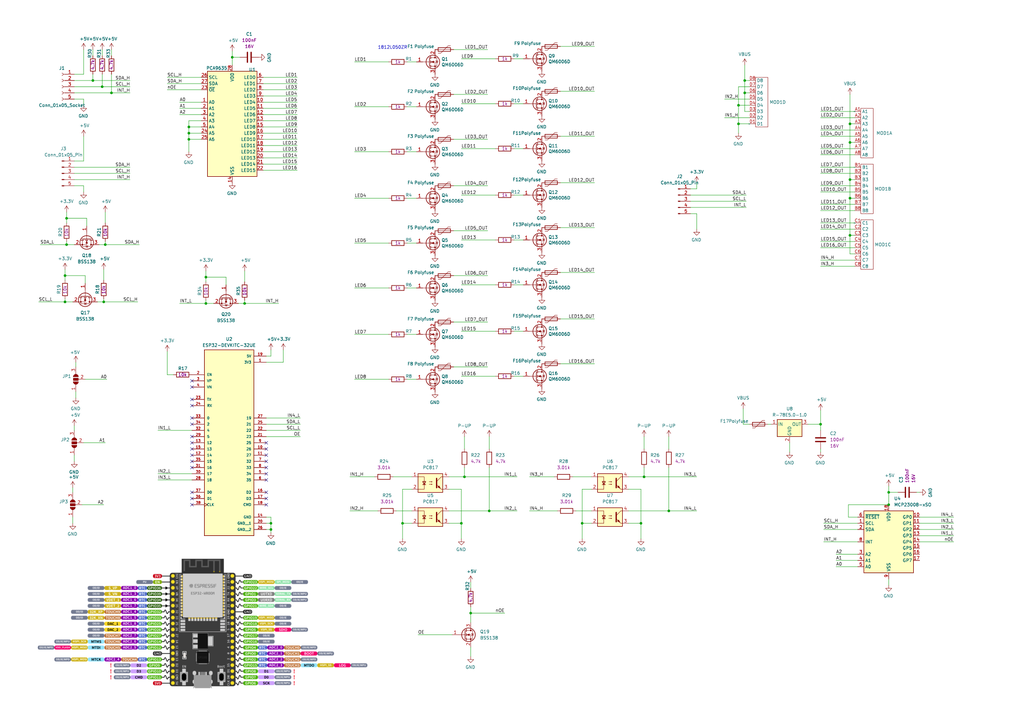
<source format=kicad_sch>
(kicad_sch (version 20231120) (generator "eeschema") (generator_version "8.0")
  (paper "A3")
  (title_block (title "Stairs LED controller") (date "2024-05-27") (rev "${Revision}") (company "JKBI"))
  (junction (at 262.89 214.63))
  (junction (at 302.895 43.18))
  (junction (at 84.455 113.665))
  (junction (at 302.895 50.8))
  (junction (at 190.5 195.58))
  (junction (at 111.125 214.63))
  (junction (at 77.47 52.07))
  (junction (at 364.49 207.01))
  (junction (at 84.455 124.46))
  (junction (at 38.1 33.02))
  (junction (at 189.23 214.63))
  (junction (at 348.615 81.28))
  (junction (at 26.67 113.03))
  (junction (at 238.76 214.63))
  (junction (at 305.435 33.02))
  (junction (at 305.435 38.1))
  (junction (at 26.67 123.825))
  (junction (at 348.615 58.42))
  (junction (at 193.04 251.46))
  (junction (at 77.47 54.61))
  (junction (at 348.615 96.52))
  (junction (at 165.1 214.63))
  (junction (at 336.55 173.99))
  (junction (at 364.49 201.93))
  (junction (at 100.33 124.46))
  (junction (at 200.66 209.55))
  (junction (at 43.18 100.33))
  (junction (at 45.72 38.1))
  (junction (at 27.305 100.33))
  (junction (at 111.125 217.17))
  (junction (at 274.32 209.55))
  (junction (at 77.47 57.15))
  (junction (at 95.25 23.495))
  (junction (at 348.615 73.66))
  (junction (at 42.545 123.825))
  (junction (at 27.305 89.535))
  (junction (at 41.91 35.56))
  (junction (at 264.16 195.58))
  (junction (at 348.615 50.8))
  (no_connect (at 109.22 196.85))
  (no_connect (at 78.74 163.83))
  (no_connect (at 78.74 171.45))
  (no_connect (at 78.74 186.69))
  (no_connect (at 109.22 201.93))
  (no_connect (at 78.74 179.07))
  (no_connect (at 78.74 207.01))
  (no_connect (at 78.74 191.77))
  (no_connect (at 78.74 204.47))
  (no_connect (at 109.22 204.47))
  (no_connect (at 78.74 156.21))
  (no_connect (at 78.74 189.23))
  (no_connect (at 78.74 184.15))
  (no_connect (at 109.22 191.77))
  (no_connect (at 78.74 181.61))
  (no_connect (at 109.22 207.01))
  (no_connect (at 109.22 184.15))
  (no_connect (at 109.22 189.23))
  (no_connect (at 109.22 181.61))
  (no_connect (at 78.74 173.99))
  (no_connect (at 78.74 166.37))
  (no_connect (at 109.22 194.31))
  (no_connect (at 78.74 201.93))
  (no_connect (at 109.22 186.69))
  (no_connect (at 78.74 158.75))
  (wire (pts (xy 307.34 33.02) (xy 305.435 33.02)))
  (wire (pts (xy 82.55 31.75) (xy 68.58 31.75)))
  (wire (pts (xy 336.55 106.68) (xy 350.52 106.68)))
  (wire (pts (xy 351.79 214.63) (xy 337.82 214.63)))
  (wire (pts (xy 336.55 55.88) (xy 350.52 55.88)))
  (wire (pts (xy 351.79 229.87) (xy 342.9 229.87)))
  (wire (pts (xy 336.55 53.34) (xy 350.52 53.34)))
  (wire (pts (xy 109.22 173.99) (xy 123.19 173.99)))
  (wire (pts (xy 190.5 195.58) (xy 190.5 191.77)))
  (wire (pts (xy 189.23 98.425) (xy 203.2 98.425)))
  (wire (pts (xy 145.415 118.11) (xy 159.385 118.11)))
  (wire (pts (xy 109.22 179.07) (xy 123.19 179.07)))
  (wire (pts (xy 30.48 33.02) (xy 38.1 33.02)))
  (wire (pts (xy 170.815 155.575) (xy 167.005 155.575)))
  (wire (pts (xy 257.81 195.58) (xy 264.16 195.58)))
  (wire (pts (xy 27.305 86.995) (xy 27.305 89.535)))
  (wire (pts (xy 348.615 58.42) (xy 348.615 50.8)))
  (wire (pts (xy 257.81 200.66) (xy 262.89 200.66)))
  (wire (pts (xy 214.63 135.89) (xy 210.82 135.89)))
  (wire (pts (xy 336.55 109.22) (xy 350.52 109.22)))
  (wire (pts (xy 351.79 212.09) (xy 347.98 212.09)))
  (wire (pts (xy 38.1 30.48) (xy 38.1 33.02)))
  (wire (pts (xy 116.205 148.59) (xy 116.205 143.51)))
  (wire (pts (xy 302.895 50.8) (xy 302.895 54.61)))
  (wire (pts (xy 307.34 48.26) (xy 297.18 48.26)))
  (wire (pts (xy 84.455 113.665) (xy 84.455 115.57)))
  (wire (pts (xy 77.47 54.61) (xy 77.47 57.15)))
  (wire (pts (xy 238.76 200.66) (xy 238.76 214.63)))
  (wire (pts (xy 377.19 217.17) (xy 391.16 217.17)))
  (wire (pts (xy 262.89 200.66) (xy 262.89 214.63)))
  (wire (pts (xy 242.57 200.66) (xy 238.76 200.66)))
  (wire (pts (xy 200.66 209.55) (xy 212.09 209.55)))
  (wire (pts (xy 283.21 87.63) (xy 285.75 87.63)))
  (wire (pts (xy 92.71 116.84) (xy 92.71 113.665)))
  (wire (pts (xy 100.33 123.19) (xy 100.33 124.46)))
  (wire (pts (xy 243.84 55.88) (xy 229.87 55.88)))
  (wire (pts (xy 200.025 20.32) (xy 186.055 20.32)))
  (wire (pts (xy 34.29 55.88) (xy 34.29 66.04)))
  (wire (pts (xy 30.48 71.12) (xy 53.34 71.12)))
  (wire (pts (xy 350.52 104.14) (xy 348.615 104.14)))
  (wire (pts (xy 200.025 150.495) (xy 186.055 150.495)))
  (wire (pts (xy 200.025 57.15) (xy 186.055 57.15)))
  (wire (pts (xy 331.47 173.99) (xy 336.55 173.99)))
  (wire (pts (xy 285.75 74.93) (xy 285.75 77.47)))
  (wire (pts (xy 31.115 148.59) (xy 31.115 150.495)))
  (wire (pts (xy 82.55 49.53) (xy 77.47 49.53)))
  (wire (pts (xy 154.94 209.55) (xy 143.51 209.55)))
  (wire (pts (xy 107.95 49.53) (xy 121.92 49.53)))
  (wire (pts (xy 107.95 67.31) (xy 121.92 67.31)))
  (wire (pts (xy 200.66 184.15) (xy 200.66 179.07)))
  (wire (pts (xy 41.91 35.56) (xy 53.34 35.56)))
  (wire (pts (xy 307.34 173.99) (xy 304.8 173.99)))
  (wire (pts (xy 30.48 186.69) (xy 30.48 189.23)))
  (wire (pts (xy 170.815 99.695) (xy 167.005 99.695)))
  (wire (pts (xy 336.55 91.44) (xy 350.52 91.44)))
  (wire (pts (xy 336.55 71.12) (xy 350.52 71.12)))
  (wire (pts (xy 95.25 23.495) (xy 95.25 26.67)))
  (wire (pts (xy 214.63 98.425) (xy 210.82 98.425)))
  (wire (pts (xy 82.55 41.91) (xy 73.66 41.91)))
  (wire (pts (xy 27.305 89.535) (xy 27.305 91.44)))
  (wire (pts (xy 68.58 153.67) (xy 68.58 144.145)))
  (wire (pts (xy 364.49 201.93) (xy 364.49 207.01)))
  (wire (pts (xy 77.47 57.15) (xy 77.47 62.23)))
  (wire (pts (xy 200.025 132.08) (xy 186.055 132.08)))
  (wire (pts (xy 145.415 99.695) (xy 159.385 99.695)))
  (wire (pts (xy 228.6 209.55) (xy 217.17 209.55)))
  (wire (pts (xy 165.1 214.63) (xy 165.1 220.98)))
  (wire (pts (xy 375.92 201.93) (xy 377.19 201.93)))
  (wire (pts (xy 200.025 38.735) (xy 186.055 38.735)))
  (wire (pts (xy 30.48 174.625) (xy 30.48 176.53)))
  (wire (pts (xy 184.15 200.66) (xy 189.23 200.66)))
  (wire (pts (xy 30.48 73.66) (xy 53.34 73.66)))
  (wire (pts (xy 350.52 58.42) (xy 348.615 58.42)))
  (wire (pts (xy 302.895 50.8) (xy 307.34 50.8)))
  (wire (pts (xy 350.52 50.8) (xy 348.615 50.8)))
  (wire (pts (xy 377.19 212.09) (xy 391.16 212.09)))
  (wire (pts (xy 84.455 124.46) (xy 73.66 124.46)))
  (wire (pts (xy 243.84 149.225) (xy 229.87 149.225)))
  (wire (pts (xy 45.72 20.32) (xy 45.72 22.86)))
  (wire (pts (xy 27.305 100.33) (xy 16.51 100.33)))
  (wire (pts (xy 109.22 217.17) (xy 111.125 217.17)))
  (wire (pts (xy 214.63 154.305) (xy 210.82 154.305)))
  (wire (pts (xy 351.79 222.25) (xy 337.82 222.25)))
  (wire (pts (xy 92.71 113.665) (xy 84.455 113.665)))
  (wire (pts (xy 336.55 48.26) (xy 350.52 48.26)))
  (wire (pts (xy 200.025 94.615) (xy 186.055 94.615)))
  (wire (pts (xy 307.34 45.72) (xy 305.435 45.72)))
  (wire (pts (xy 77.47 52.07) (xy 77.47 54.61)))
  (wire (pts (xy 34.925 155.575) (xy 43.815 155.575)))
  (wire (pts (xy 274.32 209.55) (xy 285.75 209.55)))
  (wire (pts (xy 109.22 146.05) (xy 111.125 146.05)))
  (wire (pts (xy 153.67 195.58) (xy 143.51 195.58)))
  (wire (pts (xy 40.005 123.825) (xy 42.545 123.825)))
  (wire (pts (xy 243.84 93.345) (xy 229.87 93.345)))
  (wire (pts (xy 31.115 160.655) (xy 31.115 163.195)))
  (wire (pts (xy 165.1 214.63) (xy 168.91 214.63)))
  (wire (pts (xy 42.545 110.49) (xy 42.545 114.935)))
  (wire (pts (xy 283.21 82.55) (xy 306.07 82.55)))
  (wire (pts (xy 107.95 62.23) (xy 121.92 62.23)))
  (wire (pts (xy 170.815 43.815) (xy 167.005 43.815)))
  (wire (pts (xy 189.23 116.84) (xy 203.2 116.84)))
  (wire (pts (xy 184.15 214.63) (xy 189.23 214.63)))
  (wire (pts (xy 107.95 54.61) (xy 121.92 54.61)))
  (wire (pts (xy 95.25 23.495) (xy 98.425 23.495)))
  (wire (pts (xy 84.455 111.125) (xy 84.455 113.665)))
  (wire (pts (xy 234.95 195.58) (xy 242.57 195.58)))
  (wire (pts (xy 26.67 123.825) (xy 15.875 123.825)))
  (wire (pts (xy 77.47 49.53) (xy 77.47 52.07)))
  (wire (pts (xy 377.19 222.25) (xy 391.16 222.25)))
  (wire (pts (xy 264.16 195.58) (xy 264.16 191.77)))
  (wire (pts (xy 43.18 99.06) (xy 43.18 100.33)))
  (wire (pts (xy 30.48 40.64) (xy 34.29 40.64)))
  (wire (pts (xy 283.21 77.47) (xy 285.75 77.47)))
  (wire (pts (xy 145.415 43.815) (xy 159.385 43.815)))
  (wire (pts (xy 107.95 31.75) (xy 121.92 31.75)))
  (wire (pts (xy 193.04 251.46) (xy 193.04 248.92)))
  (wire (pts (xy 82.55 44.45) (xy 73.66 44.45)))
  (wire (pts (xy 30.48 35.56) (xy 41.91 35.56)))
  (wire (pts (xy 45.72 38.1) (xy 53.34 38.1)))
  (wire (pts (xy 82.55 34.29) (xy 68.58 34.29)))
  (wire (pts (xy 97.79 124.46) (xy 100.33 124.46)))
  (wire (pts (xy 243.84 130.81) (xy 229.87 130.81)))
  (wire (pts (xy 302.895 43.18) (xy 302.895 50.8)))
  (wire (pts (xy 170.815 81.28) (xy 167.005 81.28)))
  (wire (pts (xy 336.55 86.36) (xy 350.52 86.36)))
  (wire (pts (xy 274.32 209.55) (xy 274.32 191.77)))
  (wire (pts (xy 40.64 100.33) (xy 43.18 100.33)))
  (wire (pts (xy 351.79 232.41) (xy 342.9 232.41)))
  (wire (pts (xy 193.04 251.46) (xy 193.04 255.27)))
  (wire (pts (xy 238.76 214.63) (xy 238.76 220.98)))
  (wire (pts (xy 364.49 199.39) (xy 364.49 201.93)))
  (wire (pts (xy 45.72 30.48) (xy 45.72 38.1)))
  (wire (pts (xy 336.55 63.5) (xy 350.52 63.5)))
  (wire (pts (xy 336.55 173.99) (xy 336.55 176.53)))
  (wire (pts (xy 336.55 93.98) (xy 350.52 93.98)))
  (wire (pts (xy 170.815 62.23) (xy 167.005 62.23)))
  (wire (pts (xy 189.23 80.01) (xy 203.2 80.01)))
  (wire (pts (xy 107.95 44.45) (xy 121.92 44.45)))
  (wire (pts (xy 189.23 42.545) (xy 203.2 42.545)))
  (wire (pts (xy 307.34 40.64) (xy 297.18 40.64)))
  (wire (pts (xy 257.81 209.55) (xy 274.32 209.55)))
  (wire (pts (xy 43.18 86.995) (xy 43.18 91.44)))
  (wire (pts (xy 145.415 81.28) (xy 159.385 81.28)))
  (wire (pts (xy 200.66 209.55) (xy 200.66 191.77)))
  (wire (pts (xy 77.47 54.61) (xy 82.55 54.61)))
  (wire (pts (xy 107.95 57.15) (xy 121.92 57.15)))
  (wire (pts (xy 145.415 62.23) (xy 159.385 62.23)))
  (wire (pts (xy 30.48 30.48) (xy 34.29 30.48)))
  (wire (pts (xy 145.415 25.4) (xy 159.385 25.4)))
  (wire (pts (xy 350.52 73.66) (xy 348.615 73.66)))
  (wire (pts (xy 107.95 52.07) (xy 121.92 52.07)))
  (wire (pts (xy 78.74 196.85) (xy 64.77 196.85)))
  (wire (pts (xy 347.98 212.09) (xy 347.98 207.01)))
  (wire (pts (xy 238.76 214.63) (xy 242.57 214.63)))
  (wire (pts (xy 109.22 148.59) (xy 116.205 148.59)))
  (wire (pts (xy 168.91 200.66) (xy 165.1 200.66)))
  (wire (pts (xy 307.34 35.56) (xy 302.895 35.56)))
  (wire (pts (xy 214.63 24.13) (xy 210.82 24.13)))
  (wire (pts (xy 34.925 116.205) (xy 34.925 113.03)))
  (wire (pts (xy 193.04 251.46) (xy 207.01 251.46)))
  (wire (pts (xy 314.96 173.99) (xy 316.23 173.99)))
  (wire (pts (xy 350.52 81.28) (xy 348.615 81.28)))
  (wire (pts (xy 111.125 217.17) (xy 111.125 218.44)))
  (wire (pts (xy 78.74 194.31) (xy 64.77 194.31)))
  (wire (pts (xy 107.95 69.85) (xy 121.92 69.85)))
  (wire (pts (xy 347.98 207.01) (xy 364.49 207.01)))
  (wire (pts (xy 30.48 38.1) (xy 45.72 38.1)))
  (wire (pts (xy 323.85 181.61) (xy 323.85 185.42)))
  (wire (pts (xy 107.95 59.69) (xy 121.92 59.69)))
  (wire (pts (xy 214.63 116.84) (xy 210.82 116.84)))
  (wire (pts (xy 200.025 113.03) (xy 186.055 113.03)))
  (wire (pts (xy 336.55 83.82) (xy 350.52 83.82)))
  (wire (pts (xy 236.22 209.55) (xy 242.57 209.55)))
  (wire (pts (xy 190.5 195.58) (xy 212.09 195.58)))
  (wire (pts (xy 165.1 200.66) (xy 165.1 214.63)))
  (wire (pts (xy 111.125 212.09) (xy 111.125 214.63)))
  (wire (pts (xy 162.56 209.55) (xy 168.91 209.55)))
  (wire (pts (xy 109.22 212.09) (xy 111.125 212.09)))
  (wire (pts (xy 243.84 37.465) (xy 229.87 37.465)))
  (wire (pts (xy 100.33 124.46) (xy 114.3 124.46)))
  (wire (pts (xy 41.91 20.32) (xy 41.91 22.86)))
  (wire (pts (xy 336.55 45.72) (xy 350.52 45.72)))
  (wire (pts (xy 348.615 73.66) (xy 348.615 58.42)))
  (wire (pts (xy 336.55 184.15) (xy 336.55 185.42)))
  (wire (pts (xy 305.435 33.02) (xy 305.435 26.67)))
  (wire (pts (xy 214.63 42.545) (xy 210.82 42.545)))
  (wire (pts (xy 30.48 76.2) (xy 34.29 76.2)))
  (wire (pts (xy 336.55 78.74) (xy 350.52 78.74)))
  (wire (pts (xy 214.63 80.01) (xy 210.82 80.01)))
  (wire (pts (xy 305.435 38.1) (xy 305.435 33.02)))
  (wire (pts (xy 189.23 214.63) (xy 189.23 220.98)))
  (wire (pts (xy 77.47 52.07) (xy 82.55 52.07)))
  (wire (pts (xy 190.5 184.15) (xy 190.5 179.07)))
  (wire (pts (xy 107.95 64.77) (xy 121.92 64.77)))
  (wire (pts (xy 184.15 209.55) (xy 200.66 209.55)))
  (wire (pts (xy 29.845 200.025) (xy 29.845 201.93)))
  (wire (pts (xy 302.895 35.56) (xy 302.895 43.18)))
  (wire (pts (xy 304.8 173.99) (xy 304.8 167.64)))
  (wire (pts (xy 336.55 173.99) (xy 336.55 168.275)))
  (wire (pts (xy 189.23 154.305) (xy 203.2 154.305)))
  (wire (pts (xy 42.545 123.825) (xy 56.515 123.825)))
  (wire (pts (xy 107.95 36.83) (xy 121.92 36.83)))
  (wire (pts (xy 377.19 214.63) (xy 391.16 214.63)))
  (wire (pts (xy 87.63 124.46) (xy 84.455 124.46)))
  (wire (pts (xy 189.23 24.13) (xy 203.2 24.13)))
  (wire (pts (xy 243.84 74.93) (xy 229.87 74.93)))
  (wire (pts (xy 107.95 46.99) (xy 121.92 46.99)))
  (wire (pts (xy 27.305 99.06) (xy 27.305 100.33)))
  (wire (pts (xy 42.545 122.555) (xy 42.545 123.825)))
  (wire (pts (xy 283.21 80.01) (xy 306.07 80.01)))
  (wire (pts (xy 35.56 92.71) (xy 35.56 89.535)))
  (wire (pts (xy 84.455 123.19) (xy 84.455 124.46)))
  (wire (pts (xy 29.845 123.825) (xy 26.67 123.825)))
  (wire (pts (xy 33.655 207.01) (xy 42.545 207.01)))
  (wire (pts (xy 26.67 110.49) (xy 26.67 113.03)))
  (wire (pts (xy 78.74 176.53) (xy 64.77 176.53)))
  (wire (pts (xy 336.55 60.96) (xy 350.52 60.96)))
  (wire (pts (xy 193.04 265.43) (xy 193.04 269.24)))
  (wire (pts (xy 257.81 214.63) (xy 262.89 214.63)))
  (wire (pts (xy 30.48 100.33) (xy 27.305 100.33)))
  (wire (pts (xy 364.49 201.93) (xy 368.3 201.93)))
  (wire (pts (xy 41.91 30.48) (xy 41.91 35.56)))
  (wire (pts (xy 274.32 184.15) (xy 274.32 179.07)))
  (wire (pts (xy 170.815 137.16) (xy 167.005 137.16)))
  (wire (pts (xy 336.55 99.06) (xy 350.52 99.06)))
  (wire (pts (xy 283.21 85.09) (xy 306.07 85.09)))
  (wire (pts (xy 364.49 237.49) (xy 364.49 240.03)))
  (wire (pts (xy 34.29 76.2) (xy 34.29 78.74)))
  (wire (pts (xy 111.125 214.63) (xy 111.125 217.17)))
  (wire (pts (xy 285.75 87.63) (xy 285.75 93.98)))
  (wire (pts (xy 189.23 60.96) (xy 203.2 60.96)))
  (wire (pts (xy 336.55 101.6) (xy 350.52 101.6)))
  (wire (pts (xy 336.55 76.2) (xy 350.52 76.2)))
  (wire (pts (xy 243.84 111.76) (xy 229.87 111.76)))
  (wire (pts (xy 109.22 176.53) (xy 123.19 176.53)))
  (wire (pts (xy 71.12 153.67) (xy 68.58 153.67)))
  (wire (pts (xy 377.19 219.71) (xy 391.16 219.71)))
  (wire (pts (xy 38.1 33.02) (xy 53.34 33.02)))
  (wire (pts (xy 43.18 100.33) (xy 57.15 100.33)))
  (wire (pts (xy 145.415 137.16) (xy 159.385 137.16)))
  (wire (pts (xy 107.95 39.37) (xy 121.92 39.37)))
  (wire (pts (xy 107.95 34.29) (xy 121.92 34.29)))
  (wire (pts (xy 109.22 214.63) (xy 111.125 214.63)))
  (wire (pts (xy 189.23 135.89) (xy 203.2 135.89)))
  (wire (pts (xy 26.67 113.03) (xy 26.67 114.935)))
  (wire (pts (xy 264.16 195.58) (xy 285.75 195.58)))
  (wire (pts (xy 161.29 195.58) (xy 168.91 195.58)))
  (wire (pts (xy 348.615 104.14) (xy 348.615 96.52)))
  (wire (pts (xy 34.29 20.32) (xy 34.29 30.48)))
  (wire (pts (xy 336.55 68.58) (xy 350.52 68.58)))
  (wire (pts (xy 184.15 195.58) (xy 190.5 195.58)))
  (wire (pts (xy 200.025 76.2) (xy 186.055 76.2)))
  (wire (pts (xy 95.25 20.955) (xy 95.25 23.495)))
  (wire (pts (xy 30.48 66.04) (xy 34.29 66.04)))
  (wire (pts (xy 193.04 238.76) (xy 193.04 241.3)))
  (wire (pts (xy 351.79 227.33) (xy 342.9 227.33)))
  (wire (pts (xy 350.52 96.52) (xy 348.615 96.52)))
  (wire (pts (xy 170.815 25.4) (xy 167.005 25.4)))
  (wire (pts (xy 100.33 111.125) (xy 100.33 115.57)))
  (wire (pts (xy 307.34 38.1) (xy 305.435 38.1)))
  (wire (pts (xy 262.89 214.63) (xy 262.89 220.98)))
  (wire (pts (xy 214.63 60.96) (xy 210.82 60.96)))
  (wire (pts (xy 34.29 181.61) (xy 43.18 181.61)))
  (wire (pts (xy 170.815 118.11) (xy 167.005 118.11)))
  (wire (pts (xy 34.925 113.03) (xy 26.67 113.03)))
  (wire (pts (xy 26.67 122.555) (xy 26.67 123.825)))
  (wire (pts (xy 107.95 41.91) (xy 121.92 41.91)))
  (wire (pts (xy 264.16 184.15) (xy 264.16 179.07)))
  (wire (pts (xy 68.58 36.83) (xy 82.55 36.83)))
  (wire (pts (xy 189.23 200.66) (xy 189.23 214.63)))
  (wire (pts (xy 145.415 155.575) (xy 159.385 155.575)))
  (wire (pts (xy 111.125 143.51) (xy 111.125 146.05)))
  (wire (pts (xy 185.42 260.35) (xy 171.45 260.35)))
  (wire (pts (xy 348.615 81.28) (xy 348.615 73.66)))
  (wire (pts (xy 30.48 68.58) (xy 53.34 68.58)))
  (wire (pts (xy 34.29 40.64) (xy 34.29 43.18)))
  (wire (pts (xy 77.47 57.15) (xy 82.55 57.15)))
  (wire (pts (xy 35.56 89.535) (xy 27.305 89.535)))
  (wire (pts (xy 38.1 20.32) (xy 38.1 22.86)))
  (wire (pts (xy 348.615 50.8) (xy 348.615 38.735)))
  (wire (pts (xy 243.84 19.05) (xy 229.87 19.05)))
  (wire (pts (xy 351.79 217.17) (xy 337.82 217.17)))
  (wire (pts (xy 302.895 43.18) (xy 307.34 43.18)))
  (wire (pts (xy 82.55 46.99) (xy 73.66 46.99)))
  (wire (pts (xy 227.33 195.58) (xy 217.17 195.58)))
  (wire (pts (xy 348.615 96.52) (xy 348.615 81.28)))
  (wire (pts (xy 29.845 212.09) (xy 29.845 214.63)))
  (wire (pts (xy 305.435 45.72) (xy 305.435 38.1)))
  (wire (pts (xy 109.22 171.45) (xy 123.19 171.45)))
  (image (at 83.82 255.27) (scale 0.385525))
  (text "1812L050ZR\n" (at 154.94 20.32 0) (effects (font (size 1.27 1.27)) (justify left bottom)))
  (label "INT_H" (at 114.3 124.46 180))
  (label "IN3_L" (at 285.75 195.58 180))
  (label "INT_H" (at 53.34 73.66 180))
  (label "SCL_H" (at 53.34 71.12 180))
  (label "INT_L" (at 73.66 124.46 0))
  (label "LED14_OUT" (at 243.84 111.76 180))
  (label "IN1_L" (at 391.16 219.71 180))
  (label "IN4_H" (at 336.55 106.68 0))
  (label "A2" (at 42.545 207.01 180))
  (label "LED14_OUT" (at 336.55 93.98 0))
  (label "LED8" (at 145.415 155.575 0))
  (label "LED7_OUT" (at 336.55 68.58 0))
  (label "SDA_H" (at 53.34 33.02 180))
  (label "LED13" (at 121.92 62.23 180))
  (label "LED10" (at 189.23 42.545 0))
  (label "A2" (at 73.66 46.99 0))
  (label "LED8_OUT" (at 336.55 71.12 0))
  (label "IN2_H" (at 297.18 40.64 0))
  (label "LED12_OUT" (at 243.84 74.93 180))
  (label "LED1_OUT" (at 200.025 20.32 180))
  (label "LED11" (at 189.23 60.96 0))
  (label "A0" (at 43.815 155.575 180))
  (label "IN3_H" (at 336.55 109.22 0))
  (label "LED9" (at 189.23 24.13 0))
  (label "INT_L" (at 306.07 85.09 180))
  (label "LED7" (at 145.415 137.16 0))
  (label "LED2" (at 121.92 34.29 180))
  (label "LED14" (at 121.92 64.77 180))
  (label "IN4_H" (at 217.17 209.55 0))
  (label "LED9_OUT" (at 336.55 76.2 0))
  (label "LED13_OUT" (at 336.55 91.44 0))
  (label "OE" (at 171.45 260.35 0))
  (label "LED12_OUT" (at 336.55 86.36 0))
  (label "LED5" (at 121.92 41.91 180))
  (label "SDA_L" (at 123.19 173.99 180))
  (label "LED5_OUT" (at 200.025 94.615 180))
  (label "LED10" (at 121.92 54.61 180))
  (label "LED11_OUT" (at 336.55 83.82 0))
  (label "LED3" (at 121.92 36.83 180))
  (label "LED13" (at 189.23 98.425 0))
  (label "nOE" (at 391.16 222.25 180))
  (label "LED8" (at 121.92 49.53 180))
  (label "LED11" (at 121.92 57.15 180))
  (label "LED16_OUT" (at 243.84 149.225 180))
  (label "LED6_OUT" (at 200.025 113.03 180))
  (label "IN3_L" (at 64.77 196.85 0))
  (label "SDA_L" (at 16.51 100.33 0))
  (label "IN2_L" (at 64.77 194.31 0))
  (label "SCL_H" (at 337.82 214.63 0))
  (label "LED4_OUT" (at 336.55 55.88 0))
  (label "SCL_L" (at 306.07 82.55 180))
  (label "LED7_OUT" (at 200.025 132.08 180))
  (label "LED4" (at 121.92 39.37 180))
  (label "LED12" (at 121.92 59.69 180))
  (label "IN4_L" (at 285.75 209.55 180))
  (label "LED14" (at 189.23 116.84 0))
  (label "LED16_OUT" (at 336.55 101.6 0))
  (label "LED5_OUT" (at 336.55 60.96 0))
  (label "LED3_OUT" (at 336.55 53.34 0))
  (label "LED15" (at 121.92 67.31 180))
  (label "SCL_H" (at 68.58 31.75 0))
  (label "LED16" (at 121.92 69.85 180))
  (label "IN1_L" (at 64.77 176.53 0))
  (label "IN1_H" (at 143.51 195.58 0))
  (label "A0" (at 73.66 41.91 0))
  (label "LED2" (at 145.415 43.815 0))
  (label "LED9_OUT" (at 243.84 19.05 180))
  (label "SCL_H" (at 56.515 123.825 180))
  (label "SDA_H" (at 68.58 34.29 0))
  (label "OE" (at 123.19 179.07 180))
  (label "LED5" (at 145.415 99.695 0))
  (label "IN3_H" (at 217.17 195.58 0))
  (label "LED13_OUT" (at 243.84 93.345 180))
  (label "INT_H" (at 53.34 38.1 180))
  (label "LED11_OUT" (at 243.84 55.88 180))
  (label "SDA_H" (at 337.82 217.17 0))
  (label "nOE" (at 207.01 251.46 180))
  (label "LED1_OUT" (at 336.55 45.72 0))
  (label "LED6" (at 145.415 118.11 0))
  (label "LED8_OUT" (at 200.025 150.495 180))
  (label "LED3" (at 145.415 62.23 0))
  (label "SDA_H" (at 57.15 100.33 180))
  (label "LED6" (at 121.92 44.45 180))
  (label "A1" (at 342.9 229.87 0))
  (label "LED4" (at 145.415 81.28 0))
  (label "IN2_H" (at 143.51 209.55 0))
  (label "LED15" (at 189.23 135.89 0))
  (label "A1" (at 43.18 181.61 180))
  (label "LED16" (at 189.23 154.305 0))
  (label "LED6_OUT" (at 336.55 63.5 0))
  (label "LED4_OUT" (at 200.025 76.2 180))
  (label "LED9" (at 121.92 52.07 180))
  (label "IN2_L" (at 212.09 209.55 180))
  (label "SCL_L" (at 123.19 176.53 180))
  (label "IN3_L" (at 391.16 214.63 180))
  (label "LED2_OUT" (at 200.025 38.735 180))
  (label "A2" (at 342.9 227.33 0))
  (label "IN1_L" (at 212.09 195.58 180))
  (label "IN2_L" (at 391.16 217.17 180))
  (label "LED3_OUT" (at 200.025 57.15 180))
  (label "SCL_H" (at 53.34 35.56 180))
  (label "LED15_OUT" (at 336.55 99.06 0))
  (label "SCL_L" (at 15.875 123.825 0))
  (label "LED2_OUT" (at 336.55 48.26 0))
  (label "IN4_L" (at 123.19 171.45 180))
  (label "IN4_L" (at 391.16 212.09 180))
  (label "LED10_OUT" (at 336.55 78.74 0))
  (label "SDA_L" (at 306.07 80.01 180))
  (label "A0" (at 342.9 232.41 0))
  (label "LED15_OUT" (at 243.84 130.81 180))
  (label "LED7" (at 121.92 46.99 180))
  (label "LED10_OUT" (at 243.84 37.465 180))
  (label "INT_H" (at 337.82 222.25 0))
  (label "LED12" (at 189.23 80.01 0))
  (label "IN1_H" (at 297.18 48.26 0))
  (label "SDA_H" (at 53.34 68.58 180))
  (label "nOE" (at 68.58 36.83 0))
  (label "A1" (at 73.66 44.45 0))
  (label "LED1" (at 121.92 31.75 180))
  (label "LED1" (at 145.415 25.4 0))
  (symbol (lib_id "Driver_LED:PCA9635") (at 95.25 52.07 0) (unit 1)
    (property "Reference" "U1" (at 103.505 28.575 0))
    (property "Value" "PCA9635" (at 88.9 27.94 0))
    (property "Footprint" "Package_SO:TSSOP-28_4.4x9.7mm_P0.65mm" (effects (hide yes)))
    (property "Datasheet" "https://www.nxp.com/docs/en/data-sheet/PCA9635.pdf" (effects (hide yes)))
  )
  (symbol (lib_id "power:+5V") (at 95.25 20.955 0) (unit 1)
    (property "Reference" "#PWR0109" (effects (hide yes)))
    (property "Value" "+5V" (at 95.631 16.5608 0))
  )
  (symbol (lib_id "power:GND") (at 95.25 74.93 0) (mirror y) (unit 1)
    (property "Reference" "#PWR0113" (effects (hide yes)))
    (property "Value" "GND" (at 95.123 79.3242 0))
  )
  (symbol (lib_id "Transistor_FET:QM6006D") (at 175.895 25.4 0) (unit 1)
    (property "Reference" "Q1" (at 181.0766 24.2316 0) (effects (justify left)))
    (property "Value" "QM6006D" (at 181.0766 26.543 0) (effects (justify left)))
    (property "Footprint" "Package_TO_SOT_SMD:TO-252-2" (effects (hide yes)))
    (property "Datasheet" "http://www.jaolen.com/images/pdf/QM6006D.pdf" (effects (hide yes)))
  )
  (symbol (lib_id "power:GND") (at 178.435 160.655 0) (mirror y) (unit 1)
    (property "Reference" "#PWR0116" (effects (hide yes)))
    (property "Value" "GND" (at 178.308 165.0492 0))
  )
  (symbol (lib_id "Transistor_FET:QM6006D") (at 175.895 43.815 0) (unit 1)
    (property "Reference" "Q2" (at 181.0766 42.6466 0) (effects (justify left)))
    (property "Value" "QM6006D" (at 181.0766 44.958 0) (effects (justify left)))
    (property "Footprint" "Package_TO_SOT_SMD:TO-252-2" (effects (hide yes)))
    (property "Datasheet" "http://www.jaolen.com/images/pdf/QM6006D.pdf" (effects (hide yes)))
  )
  (symbol (lib_id "Transistor_FET:QM6006D") (at 175.895 62.23 0) (unit 1)
    (property "Reference" "Q3" (at 181.0766 61.0616 0) (effects (justify left)))
    (property "Value" "QM6006D" (at 181.0766 63.373 0) (effects (justify left)))
    (property "Footprint" "Package_TO_SOT_SMD:TO-252-2" (effects (hide yes)))
    (property "Datasheet" "http://www.jaolen.com/images/pdf/QM6006D.pdf" (effects (hide yes)))
  )
  (symbol (lib_id "Transistor_FET:QM6006D") (at 175.895 81.28 0) (unit 1)
    (property "Reference" "Q4" (at 181.0766 80.1116 0) (effects (justify left)))
    (property "Value" "QM6006D" (at 181.0766 82.423 0) (effects (justify left)))
    (property "Footprint" "Package_TO_SOT_SMD:TO-252-2" (effects (hide yes)))
    (property "Datasheet" "http://www.jaolen.com/images/pdf/QM6006D.pdf" (effects (hide yes)))
  )
  (symbol (lib_id "power:GND") (at 178.435 142.24 0) (mirror y) (unit 1)
    (property "Reference" "#PWR0117" (effects (hide yes)))
    (property "Value" "GND" (at 178.308 146.6342 0))
  )
  (symbol (lib_id "Transistor_FET:QM6006D") (at 175.895 99.695 0) (unit 1)
    (property "Reference" "Q5" (at 181.0766 98.5266 0) (effects (justify left)))
    (property "Value" "QM6006D" (at 181.0766 100.838 0) (effects (justify left)))
    (property "Footprint" "Package_TO_SOT_SMD:TO-252-2" (effects (hide yes)))
    (property "Datasheet" "http://www.jaolen.com/images/pdf/QM6006D.pdf" (effects (hide yes)))
  )
  (symbol (lib_id "power:GND") (at 178.435 123.19 0) (mirror y) (unit 1)
    (property "Reference" "#PWR0118" (effects (hide yes)))
    (property "Value" "GND" (at 178.308 127.5842 0))
  )
  (symbol (lib_id "Transistor_FET:QM6006D") (at 175.895 118.11 0) (unit 1)
    (property "Reference" "Q6" (at 181.0766 116.9416 0) (effects (justify left)))
    (property "Value" "QM6006D" (at 181.0766 119.253 0) (effects (justify left)))
    (property "Footprint" "Package_TO_SOT_SMD:TO-252-2" (effects (hide yes)))
    (property "Datasheet" "http://www.jaolen.com/images/pdf/QM6006D.pdf" (effects (hide yes)))
  )
  (symbol (lib_id "Transistor_FET:QM6006D") (at 175.895 137.16 0) (unit 1)
    (property "Reference" "Q7" (at 181.0766 135.9916 0) (effects (justify left)))
    (property "Value" "QM6006D" (at 181.0766 138.303 0) (effects (justify left)))
    (property "Footprint" "Package_TO_SOT_SMD:TO-252-2" (effects (hide yes)))
    (property "Datasheet" "http://www.jaolen.com/images/pdf/QM6006D.pdf" (effects (hide yes)))
  )
  (symbol (lib_id "power:GND") (at 178.435 104.775 0) (mirror y) (unit 1)
    (property "Reference" "#PWR0119" (effects (hide yes)))
    (property "Value" "GND" (at 178.308 109.1692 0))
  )
  (symbol (lib_id "power:GND") (at 178.435 86.36 0) (mirror y) (unit 1)
    (property "Reference" "#PWR0120" (effects (hide yes)))
    (property "Value" "GND" (at 178.308 90.7542 0))
  )
  (symbol (lib_id "power:GND") (at 178.435 67.31 0) (mirror y) (unit 1)
    (property "Reference" "#PWR0121" (effects (hide yes)))
    (property "Value" "GND" (at 178.308 71.7042 0))
  )
  (symbol (lib_id "Transistor_FET:QM6006D") (at 175.895 155.575 0) (unit 1)
    (property "Reference" "Q8" (at 181.0766 154.4066 0) (effects (justify left)))
    (property "Value" "QM6006D" (at 181.0766 156.718 0) (effects (justify left)))
    (property "Footprint" "Package_TO_SOT_SMD:TO-252-2" (effects (hide yes)))
    (property "Datasheet" "http://www.jaolen.com/images/pdf/QM6006D.pdf" (effects (hide yes)))
  )
  (symbol (lib_id "Transistor_FET:QM6006D") (at 219.71 154.305 0) (unit 1)
    (property "Reference" "Q16" (at 224.8916 153.1366 0) (effects (justify left)))
    (property "Value" "QM6006D" (at 224.8916 155.448 0) (effects (justify left)))
    (property "Footprint" "Package_TO_SOT_SMD:TO-252-2" (effects (hide yes)))
    (property "Datasheet" "http://www.jaolen.com/images/pdf/QM6006D.pdf" (effects (hide yes)))
  )
  (symbol (lib_id "Transistor_FET:QM6006D") (at 219.71 135.89 0) (unit 1)
    (property "Reference" "Q15" (at 224.8916 134.7216 0) (effects (justify left)))
    (property "Value" "QM6006D" (at 224.8916 137.033 0) (effects (justify left)))
    (property "Footprint" "Package_TO_SOT_SMD:TO-252-2" (effects (hide yes)))
    (property "Datasheet" "http://www.jaolen.com/images/pdf/QM6006D.pdf" (effects (hide yes)))
  )
  (symbol (lib_id "power:GND") (at 178.435 48.895 0) (mirror y) (unit 1)
    (property "Reference" "#PWR0122" (effects (hide yes)))
    (property "Value" "GND" (at 178.308 53.2892 0))
  )
  (symbol (lib_id "power:GND") (at 178.435 30.48 0) (mirror y) (unit 1)
    (property "Reference" "#PWR0123" (effects (hide yes)))
    (property "Value" "GND" (at 178.308 34.8742 0))
  )
  (symbol (lib_id "Transistor_FET:QM6006D") (at 219.71 116.84 0) (unit 1)
    (property "Reference" "Q14" (at 224.8916 115.6716 0) (effects (justify left)))
    (property "Value" "QM6006D" (at 224.8916 117.983 0) (effects (justify left)))
    (property "Footprint" "Package_TO_SOT_SMD:TO-252-2" (effects (hide yes)))
    (property "Datasheet" "http://www.jaolen.com/images/pdf/QM6006D.pdf" (effects (hide yes)))
  )
  (symbol (lib_id "Transistor_FET:QM6006D") (at 219.71 98.425 0) (unit 1)
    (property "Reference" "Q13" (at 224.8916 97.2566 0) (effects (justify left)))
    (property "Value" "QM6006D" (at 224.8916 99.568 0) (effects (justify left)))
    (property "Footprint" "Package_TO_SOT_SMD:TO-252-2" (effects (hide yes)))
    (property "Datasheet" "http://www.jaolen.com/images/pdf/QM6006D.pdf" (effects (hide yes)))
  )
  (symbol (lib_id "Transistor_FET:QM6006D") (at 219.71 80.01 0) (unit 1)
    (property "Reference" "Q12" (at 224.8916 78.8416 0) (effects (justify left)))
    (property "Value" "QM6006D" (at 224.8916 81.153 0) (effects (justify left)))
    (property "Footprint" "Package_TO_SOT_SMD:TO-252-2" (effects (hide yes)))
    (property "Datasheet" "http://www.jaolen.com/images/pdf/QM6006D.pdf" (effects (hide yes)))
  )
  (symbol (lib_id "Transistor_FET:QM6006D") (at 219.71 60.96 0) (unit 1)
    (property "Reference" "Q11" (at 224.8916 59.7916 0) (effects (justify left)))
    (property "Value" "QM6006D" (at 224.8916 62.103 0) (effects (justify left)))
    (property "Footprint" "Package_TO_SOT_SMD:TO-252-2" (effects (hide yes)))
    (property "Datasheet" "http://www.jaolen.com/images/pdf/QM6006D.pdf" (effects (hide yes)))
  )
  (symbol (lib_id "Transistor_FET:QM6006D") (at 219.71 42.545 0) (unit 1)
    (property "Reference" "Q10" (at 224.8916 41.3766 0) (effects (justify left)))
    (property "Value" "QM6006D" (at 224.8916 43.688 0) (effects (justify left)))
    (property "Footprint" "Package_TO_SOT_SMD:TO-252-2" (effects (hide yes)))
    (property "Datasheet" "http://www.jaolen.com/images/pdf/QM6006D.pdf" (effects (hide yes)))
  )
  (symbol (lib_id "Transistor_FET:QM6006D") (at 219.71 24.13 0) (unit 1)
    (property "Reference" "Q9" (at 224.8916 22.9616 0) (effects (justify left)))
    (property "Value" "QM6006D" (at 224.8916 25.273 0) (effects (justify left)))
    (property "Footprint" "Package_TO_SOT_SMD:TO-252-2" (effects (hide yes)))
    (property "Datasheet" "http://www.jaolen.com/images/pdf/QM6006D.pdf" (effects (hide yes)))
  )
  (symbol (lib_id "power:GND") (at 222.25 159.385 0) (mirror y) (unit 1)
    (property "Reference" "#PWR0124" (effects (hide yes)))
    (property "Value" "GND" (at 222.123 163.7792 0))
  )
  (symbol (lib_id "power:GND") (at 222.25 140.97 0) (mirror y) (unit 1)
    (property "Reference" "#PWR0125" (effects (hide yes)))
    (property "Value" "GND" (at 222.123 145.3642 0))
  )
  (symbol (lib_id "power:GND") (at 222.25 121.92 0) (mirror y) (unit 1)
    (property "Reference" "#PWR0126" (effects (hide yes)))
    (property "Value" "GND" (at 222.123 126.3142 0))
  )
  (symbol (lib_id "power:GND") (at 222.25 103.505 0) (mirror y) (unit 1)
    (property "Reference" "#PWR0127" (effects (hide yes)))
    (property "Value" "GND" (at 222.123 107.8992 0))
  )
  (symbol (lib_id "power:GND") (at 222.25 85.09 0) (mirror y) (unit 1)
    (property "Reference" "#PWR0128" (effects (hide yes)))
    (property "Value" "GND" (at 222.123 89.4842 0))
  )
  (symbol (lib_id "power:GND") (at 222.25 66.04 0) (mirror y) (unit 1)
    (property "Reference" "#PWR0129" (effects (hide yes)))
    (property "Value" "GND" (at 222.123 70.4342 0))
  )
  (symbol (lib_id "power:GND") (at 222.25 47.625 0) (mirror y) (unit 1)
    (property "Reference" "#PWR0130" (effects (hide yes)))
    (property "Value" "GND" (at 222.123 52.0192 0))
  )
  (symbol (lib_id "power:GND") (at 222.25 29.21 0) (mirror y) (unit 1)
    (property "Reference" "#PWR0131" (effects (hide yes)))
    (property "Value" "GND" (at 222.123 33.6042 0))
  )
  (symbol (lib_id "Device:Polyfuse") (at 182.245 113.03 90) (unit 1)
    (property "Reference" "F6" (at 168.275 111.76 90))
    (property "Value" "Polyfuse" (at 173.99 111.76 90))
    (property "Footprint" "Fuse:Fuse_1812_4532Metric" (effects (hide yes)))
  )
  (symbol (lib_id "ESP32-DEVKITC-32UE:ESP32-DEVKITC-32UE") (at 93.98 179.07 0) (unit 1)
    (property "Reference" "U2" (at 93.98 139.065 0))
    (property "Value" "ESP32-DEVKITC-32UE" (at 93.98 141.605 0))
    (property "Footprint" "ESP32-DEVKITC-32UE:ESPRESSIF_ESP32-DEVKITC-32UE" (effects (hide yes)))
    (property "PARTREV" "V4" (effects (hide yes)))
    (property "SNAPEDA_PN" "ESP32-DEVKITC-32UE" (effects (hide yes)))
    (property "MANUFACTURER" "Espressif" (effects (hide yes)))
    (property "MAXIMUM_PACKAGE_HEIGHT" "N/A" (effects (hide yes)))
    (property "STANDARD" "Manufacturer Recommendations" (effects (hide yes)))
  )
  (symbol (lib_id "power:+5V") (at 111.125 143.51 0) (unit 1)
    (property "Reference" "#PWR06" (effects (hide yes)))
    (property "Value" "+5V" (at 111.506 139.1158 0))
  )
  (symbol (lib_id "power:GND") (at 377.19 201.93 90) (mirror x) (unit 1)
    (property "Reference" "#PWR044" (effects (hide yes)))
    (property "Value" "GND" (at 381.5842 202.057 0))
  )
  (symbol (lib_id "Device:Polyfuse") (at 311.15 173.99 90) (unit 1)
    (property "Reference" "F17" (at 297.18 172.72 90))
    (property "Value" "Polyfuse" (at 302.895 172.72 90))
    (property "Footprint" "Fuse:Fuse_1812_4532Metric" (effects (hide yes)))
  )
  (symbol (lib_id "power:GND") (at 336.55 185.42 0) (mirror y) (unit 1)
    (property "Reference" "#PWR014" (effects (hide yes)))
    (property "Value" "GND" (at 336.423 189.8142 0))
  )
  (symbol (lib_id "power:GND") (at 77.47 62.23 0) (mirror y) (unit 1)
    (property "Reference" "#PWR023" (effects (hide yes)))
    (property "Value" "GND" (at 77.343 66.6242 0))
  )
  (symbol (lib_id "power:GND") (at 31.115 163.195 0) (mirror y) (unit 1)
    (property "Reference" "#PWR018" (effects (hide yes)))
    (property "Value" "GND" (at 30.988 167.5892 0))
  )
  (symbol (lib_id "Connector:Conn_01x05_Pin") (at 25.4 71.12 0) (unit 1)
    (property "Reference" "J3" (at 26.035 60.96 0))
    (property "Value" "Conn_01x05_Pin" (at 26.035 63.5 0))
    (property "Footprint" "Connector_PinHeader_2.54mm:PinHeader_1x05_P2.54mm_Horizontal" (effects (hide yes)))
    (property "Description" "Generic connector, single row, 01x05, script generated" (effects (hide yes)))
  )
  (symbol (lib_id "power:+5V") (at 45.72 20.32 0) (unit 1)
    (property "Reference" "#PWR045" (effects (hide yes)))
    (property "Value" "+5V" (at 46.101 15.9258 0))
  )
  (symbol (lib_id "Device:Polyfuse") (at 182.245 38.735 90) (unit 1)
    (property "Reference" "F2" (at 168.275 37.465 90))
    (property "Value" "Polyfuse" (at 173.99 37.465 90))
    (property "Footprint" "Fuse:Fuse_1812_4532Metric" (effects (hide yes)))
  )
  (symbol (lib_id "zd1006:ZD1006") (at 307.34 50.8 0) (mirror x) (unit 4)
    (property "Reference" "MOD1" (at 315.595 41.91 0) (effects (justify left)))
    (property "Value" "~" (at 307.34 50.8 0))
    (property "Footprint" "ZD1006:ZD1006" (effects (hide yes)))
  )
  (symbol (lib_id "power:GND") (at 30.48 189.23 0) (mirror y) (unit 1)
    (property "Reference" "#PWR020" (effects (hide yes)))
    (property "Value" "GND" (at 30.353 193.6242 0))
  )
  (symbol (lib_id "power:GND") (at 262.89 220.98 0) (mirror y) (unit 1)
    (property "Reference" "#PWR033" (effects (hide yes)))
    (property "Value" "GND" (at 262.763 225.3742 0))
  )
  (symbol (lib_id "power:+5V") (at 100.33 111.125 0) (unit 1)
    (property "Reference" "#PWR047" (effects (hide yes)))
    (property "Value" "+5V" (at 100.711 106.7308 0))
  )
  (symbol (lib_id "zd1006:ZD1006") (at 350.52 68.58 0) (unit 2)
    (property "Reference" "MOD1" (at 358.775 77.47 0) (effects (justify left)))
    (property "Value" "~" (at 350.52 68.58 0))
    (property "Footprint" "ZD1006:ZD1006" (effects (hide yes)))
  )
  (symbol (lib_id "Resistors_SMD_0603:R0603_1k_1%_100mW_100PPM_AC") (at 163.195 99.695 90) (unit 1)
    (property "Reference" "R5" (at 167.64 98.425 90))
    (property "Value" "R0603_1k_1%_100mW_100PPM_AC" (effects (hide yes)))
    (property "Footprint" "Resistor_SMD:R_0603_1608Metric" (effects (hide yes)))
    (property "Datasheet" "http://www.yageo.com/NewPortal/yageodocoutput?fileName=/pdf/R-Chip/PYu-AC_51_RoHS_L_6.pdf" (effects (hide yes)))
    (property "Description" "RES SMD 1K OHM 1% 1/10W 0603" (effects (hide yes)))
    (property "Value1" "1k" (at 163.195 99.695 90))
    (property "Manufacturer" "Yageo" (effects (hide yes)))
    (property "Manufacturer Part Number" "AC0603FR-071KL" (effects (hide yes)))
    (property "Supplier" "Digi-Key" (effects (hide yes)))
    (property "Supplier Part Number" "311-1KLDCT-ND" (effects (hide yes)))
    (property "Unit Price" "0.08" (effects (hide yes)))
    (property "Package / Case" "R0603" (effects (hide yes)))
  )
  (symbol (lib_id "Device:Polyfuse") (at 226.06 19.05 90) (unit 1)
    (property "Reference" "F9" (at 212.09 17.78 90))
    (property "Value" "Polyfuse" (at 217.805 17.78 90))
    (property "Footprint" "Fuse:Fuse_1812_4532Metric" (effects (hide yes)))
  )
  (symbol (lib_id "power:+3.3V") (at 27.305 86.995 0) (unit 1)
    (property "Reference" "#PWR011" (effects (hide yes)))
    (property "Value" "+3.3V" (at 27.305 82.55 0))
  )
  (symbol (lib_id "power:VBUS") (at 348.615 38.735 0) (unit 1)
    (property "Reference" "#PWR01" (effects (hide yes)))
    (property "Value" "VBUS" (at 348.615 34.29 0))
  )
  (symbol (lib_id "power:+3.3V") (at 116.205 143.51 0) (unit 1)
    (property "Reference" "#PWR07" (effects (hide yes)))
    (property "Value" "+3.3V" (at 116.205 139.065 0))
  )
  (symbol (lib_id "Resistors_SMD_0603:R0603_1k_1%_100mW_100PPM_AC") (at 163.195 137.16 90) (unit 1)
    (property "Reference" "R7" (at 167.64 135.89 90))
    (property "Value" "R0603_1k_1%_100mW_100PPM_AC" (effects (hide yes)))
    (property "Footprint" "Resistor_SMD:R_0603_1608Metric" (effects (hide yes)))
    (property "Datasheet" "http://www.yageo.com/NewPortal/yageodocoutput?fileName=/pdf/R-Chip/PYu-AC_51_RoHS_L_6.pdf" (effects (hide yes)))
    (property "Description" "RES SMD 1K OHM 1% 1/10W 0603" (effects (hide yes)))
    (property "Value1" "1k" (at 163.195 137.16 90))
    (property "Manufacturer" "Yageo" (effects (hide yes)))
    (property "Manufacturer Part Number" "AC0603FR-071KL" (effects (hide yes)))
    (property "Supplier" "Digi-Key" (effects (hide yes)))
    (property "Supplier Part Number" "311-1KLDCT-ND" (effects (hide yes)))
    (property "Unit Price" "0.08" (effects (hide yes)))
    (property "Package / Case" "R0603" (effects (hide yes)))
  )
  (symbol (lib_id "Resistors_SMD_0603:R0603_10k_1%_100mW_100PPM_AC") (at 43.18 95.25 0) (unit 1)
    (property "Reference" "R21" (at 40.64 97.155 90) (effects (justify left)))
    (property "Value" "R0603_10k_1%_100mW_100PPM_AC" (effects (hide yes)))
    (property "Footprint" "Resistor_SMD:R_0603_1608Metric" (effects (hide yes)))
    (property "Datasheet" "http://www.yageo.com/NewPortal/yageodocoutput?fileName=/pdf/R-Chip/PYu-AC_51_RoHS_L_6.pdf" (effects (hide yes)))
    (property "Description" "RES SMD 10K OHM 1% 1/10W 0603" (effects (hide yes)))
    (property "Value1" "10k" (at 43.18 97.155 90) (effects (justify left)))
    (property "Manufacturer" "Yageo" (effects (hide yes)))
    (property "Manufacturer Part Number" "AC0603FR-0710KL" (effects (hide yes)))
    (property "Supplier" "Digi-Key" (effects (hide yes)))
    (property "Supplier Part Number" "311-10KLDCT-ND" (effects (hide yes)))
    (property "Unit Price" "0.08" (effects (hide yes)))
    (property "Package / Case" "R0603" (effects (hide yes)))
  )
  (symbol (lib_id "Isolator:PC817") (at 176.53 212.09 0) (unit 1)
    (property "Reference" "U5" (at 176.53 203.2 0))
    (property "Value" "PC817" (at 176.53 205.74 0))
    (property "Footprint" "Package_DIP:DIP-4_W7.62mm" (effects (hide yes)))
    (property "Datasheet" "http://www.soselectronic.cz/a_info/resource/d/pc817.pdf" (effects (hide yes)))
    (property "Description" "DC Optocoupler, Vce 35V, CTR 50-300%, DIP-4" (effects (hide yes)))
  )
  (symbol (lib_id "Transistor_FET:BSS138") (at 92.71 121.92 270) (unit 1)
    (property "Reference" "Q20" (at 92.71 128.905 90))
    (property "Value" "BSS138" (at 92.71 131.445 90))
    (property "Footprint" "Package_TO_SOT_SMD:SOT-23" (effects (hide yes)))
    (property "Datasheet" "https://www.onsemi.com/pub/Collateral/BSS138-D.PDF" (effects (hide yes)))
  )
  (symbol (lib_id "Transistor_FET:BSS138") (at 190.5 260.35 0) (unit 1)
    (property "Reference" "Q19" (at 196.85 259.0799 0) (effects (justify left)))
    (property "Value" "BSS138" (at 196.85 261.6199 0) (effects (justify left)))
    (property "Footprint" "Package_TO_SOT_SMD:SOT-23" (effects (hide yes)))
    (property "Datasheet" "https://www.onsemi.com/pub/Collateral/BSS138-D.PDF" (effects (hide yes)))
  )
  (symbol (lib_id "Resistors_SMD_0603:R0603_1k_1%_100mW_100PPM_AC") (at 163.195 62.23 90) (unit 1)
    (property "Reference" "R3" (at 167.64 60.96 90))
    (property "Value" "R0603_1k_1%_100mW_100PPM_AC" (effects (hide yes)))
    (property "Footprint" "Resistor_SMD:R_0603_1608Metric" (effects (hide yes)))
    (property "Datasheet" "http://www.yageo.com/NewPortal/yageodocoutput?fileName=/pdf/R-Chip/PYu-AC_51_RoHS_L_6.pdf" (effects (hide yes)))
    (property "Description" "RES SMD 1K OHM 1% 1/10W 0603" (effects (hide yes)))
    (property "Value1" "1k" (at 163.195 62.23 90))
    (property "Manufacturer" "Yageo" (effects (hide yes)))
    (property "Manufacturer Part Number" "AC0603FR-071KL" (effects (hide yes)))
    (property "Supplier" "Digi-Key" (effects (hide yes)))
    (property "Supplier Part Number" "311-1KLDCT-ND" (effects (hide yes)))
    (property "Unit Price" "0.08" (effects (hide yes)))
    (property "Package / Case" "R0603" (effects (hide yes)))
  )
  (symbol (lib_id "power:+3.3V") (at 68.58 144.145 0) (unit 1)
    (property "Reference" "#PWR08" (effects (hide yes)))
    (property "Value" "+3.3V" (at 68.58 139.7 0))
  )
  (symbol (lib_id "Jumper:SolderJumper_3_Open") (at 31.115 155.575 90) (unit 1)
    (property "Reference" "JP1" (at 29.21 154.305 90) (effects (justify left)))
    (property "Value" "SolderJumper_3_Open" (effects (hide yes)))
    (property "Footprint" "Jumper:SolderJumper-3_P1.3mm_Open_RoundedPad1.0x1.5mm_NumberLabels" (effects (hide yes)))
  )
  (symbol (lib_id "Resistors_SMD_0603:R0603_1k_1%_100mW_100PPM_AC") (at 207.01 60.96 90) (unit 1)
    (property "Reference" "R11" (at 211.455 59.69 90))
    (property "Value" "R0603_1k_1%_100mW_100PPM_AC" (effects (hide yes)))
    (property "Footprint" "Resistor_SMD:R_0603_1608Metric" (effects (hide yes)))
    (property "Datasheet" "http://www.yageo.com/NewPortal/yageodocoutput?fileName=/pdf/R-Chip/PYu-AC_51_RoHS_L_6.pdf" (effects (hide yes)))
    (property "Description" "RES SMD 1K OHM 1% 1/10W 0603" (effects (hide yes)))
    (property "Value1" "1k" (at 207.01 60.96 90))
    (property "Manufacturer" "Yageo" (effects (hide yes)))
    (property "Manufacturer Part Number" "AC0603FR-071KL" (effects (hide yes)))
    (property "Supplier" "Digi-Key" (effects (hide yes)))
    (property "Supplier Part Number" "311-1KLDCT-ND" (effects (hide yes)))
    (property "Unit Price" "0.08" (effects (hide yes)))
    (property "Package / Case" "R0603" (effects (hide yes)))
  )
  (symbol (lib_id "power:+3.3V") (at 274.32 179.07 0) (unit 1)
    (property "Reference" "#PWR031" (effects (hide yes)))
    (property "Value" "P-UP" (at 274.32 174.625 0))
  )
  (symbol (lib_id "Resistors_SMD_0603:R0603_4.7k_1%_100mW_100PPM_AC") (at 190.5 187.96 0) (unit 1)
    (property "Reference" "R22" (at 193.04 186.6899 0) (effects (justify left)))
    (property "Value" "R0603_4.7k_1%_100mW_100PPM_AC" (effects (hide yes)))
    (property "Footprint" "Resistor_SMD:R_0603_1608Metric" (effects (hide yes)))
    (property "Datasheet" "http://www.yageo.com/NewPortal/yageodocoutput?fileName=/pdf/R-Chip/PYu-AC_51_RoHS_L_6.pdf" (effects (hide yes)))
    (property "Description" "RES SMD 4.7K OHM 1% 1/10W 0603 AC0603FR-074K7L" (effects (hide yes)))
    (property "Value1" "4.7k" (at 193.04 189.2299 0) (effects (justify left)))
    (property "Description_1" "RES SMD 4.7K OHM 1% 1/10W 0603" (effects (hide yes)))
    (property "Manufacturer" "Yageo" (effects (hide yes)))
    (property "Manufacturer Part Number" "AC0603FR-074K7L" (effects (hide yes)))
    (property "Supplier" "Digi-Key" (effects (hide yes)))
    (property "Supplier Part Number" "YAG3613CT-ND" (effects (hide yes)))
    (property "Unit Price" "0.08" (effects (hide yes)))
    (property "Package / Case" "R0603" (effects (hide yes)))
  )
  (symbol (lib_id "Resistors_SMD_0805:R0805_3.01k_1%_125mW_100PPM_RC") (at 157.48 195.58 90) (unit 1)
    (property "Reference" "R24" (at 157.48 189.23 90))
    (property "Value" "R0805_3.01k_1%_125mW_100PPM_RC" (effects (hide yes)))
    (property "Footprint" "Resistor_SMD:R_0805_2012Metric" (effects (hide yes)))
    (property "Datasheet" "https://www.yageo.com/upload/media/product/productsearch/datasheet/rchip/PYu-RC_Group_51_RoHS_L_10.pdf" (effects (hide yes)))
    (property "Description" "RES SMD 3.01K OHM 1% 1/8W 0805 RC0805FR-073K01L" (effects (hide yes)))
    (property "Value1" "3.01k" (at 157.48 191.77 90))
    (property "Description_1" "RES SMD 3.01K OHM 1% 1/8W 0805" (effects (hide yes)))
    (property "Manufacturer" "Yageo" (effects (hide yes)))
    (property "Manufacturer Part Number" "RC0805FR-073K01L" (effects (hide yes)))
    (property "Supplier" "Digi-Key" (effects (hide yes)))
    (property "Supplier Part Number" "311-3.01KCRCT-ND" (effects (hide yes)))
    (property "Unit Price" "0.09" (effects (hide yes)))
    (property "Package / Case" "R0805" (effects (hide yes)))
  )
  (symbol (lib_id "Device:Polyfuse") (at 226.06 37.465 90) (unit 1)
    (property "Reference" "F10" (at 212.09 36.195 90))
    (property "Value" "Polyfuse" (at 217.805 36.195 90))
    (property "Footprint" "Fuse:Fuse_1812_4532Metric" (effects (hide yes)))
  )
  (symbol (lib_id "Device:Polyfuse") (at 226.06 93.345 90) (unit 1)
    (property "Reference" "F13" (at 212.09 92.075 90))
    (property "Value" "Polyfuse" (at 217.805 92.075 90))
    (property "Footprint" "Fuse:Fuse_1812_4532Metric" (effects (hide yes)))
  )
  (symbol (lib_id "Jumper:SolderJumper_3_Open") (at 30.48 181.61 90) (unit 1)
    (property "Reference" "JP2" (at 28.575 180.34 90) (effects (justify left)))
    (property "Value" "SolderJumper_3_Open" (effects (hide yes)))
    (property "Footprint" "Jumper:SolderJumper-3_P1.3mm_Open_RoundedPad1.0x1.5mm_NumberLabels" (effects (hide yes)))
  )
  (symbol (lib_id "power:GND") (at 302.895 54.61 0) (mirror y) (unit 1)
    (property "Reference" "#PWR03" (effects (hide yes)))
    (property "Value" "GND" (at 302.768 59.0042 0))
  )
  (symbol (lib_id "Jumper:SolderJumper_3_Open") (at 29.845 207.01 90) (unit 1)
    (property "Reference" "JP3" (at 27.94 205.74 90) (effects (justify left)))
    (property "Value" "SolderJumper_3_Open" (effects (hide yes)))
    (property "Footprint" "Jumper:SolderJumper-3_P1.3mm_Open_RoundedPad1.0x1.5mm_NumberLabels" (effects (hide yes)))
  )
  (symbol (lib_id "Resistors_SMD_0805:R0805_3.01k_1%_125mW_100PPM_RC") (at 232.41 209.55 90) (unit 1)
    (property "Reference" "R29" (at 232.41 203.2 90))
    (property "Value" "R0805_3.01k_1%_125mW_100PPM_RC" (effects (hide yes)))
    (property "Footprint" "Resistor_SMD:R_0805_2012Metric" (effects (hide yes)))
    (property "Datasheet" "https://www.yageo.com/upload/media/product/productsearch/datasheet/rchip/PYu-RC_Group_51_RoHS_L_10.pdf" (effects (hide yes)))
    (property "Description" "RES SMD 3.01K OHM 1% 1/8W 0805 RC0805FR-073K01L" (effects (hide yes)))
    (property "Value1" "3.01k" (at 232.41 205.74 90))
    (property "Description_1" "RES SMD 3.01K OHM 1% 1/8W 0805" (effects (hide yes)))
    (property "Manufacturer" "Yageo" (effects (hide yes)))
    (property "Manufacturer Part Number" "RC0805FR-073K01L" (effects (hide yes)))
    (property "Supplier" "Digi-Key" (effects (hide yes)))
    (property "Supplier Part Number" "311-3.01KCRCT-ND" (effects (hide yes)))
    (property "Unit Price" "0.09" (effects (hide yes)))
    (property "Package / Case" "R0805" (effects (hide yes)))
  )
  (symbol (lib_id "Resistors_SMD_0603:R0603_1k_1%_100mW_100PPM_AC") (at 163.195 155.575 90) (unit 1)
    (property "Reference" "R8" (at 167.64 154.305 90))
    (property "Value" "R0603_1k_1%_100mW_100PPM_AC" (effects (hide yes)))
    (property "Footprint" "Resistor_SMD:R_0603_1608Metric" (effects (hide yes)))
    (property "Datasheet" "http://www.yageo.com/NewPortal/yageodocoutput?fileName=/pdf/R-Chip/PYu-AC_51_RoHS_L_6.pdf" (effects (hide yes)))
    (property "Description" "RES SMD 1K OHM 1% 1/10W 0603" (effects (hide yes)))
    (property "Value1" "1k" (at 163.195 155.575 90))
    (property "Manufacturer" "Yageo" (effects (hide yes)))
    (property "Manufacturer Part Number" "AC0603FR-071KL" (effects (hide yes)))
    (property "Supplier" "Digi-Key" (effects (hide yes)))
    (property "Supplier Part Number" "311-1KLDCT-ND" (effects (hide yes)))
    (property "Unit Price" "0.08" (effects (hide yes)))
    (property "Package / Case" "R0603" (effects (hide yes)))
  )
  (symbol (lib_id "Resistors_SMD_0603:R0603_4.7k_1%_100mW_100PPM_AC") (at 45.72 26.67 0) (unit 1)
    (property "Reference" "R33" (at 44.45 23.876 90) (effects (justify left)))
    (property "Value" "R0603_4.7k_1%_100mW_100PPM_AC" (effects (hide yes)))
    (property "Footprint" "Resistor_SMD:R_0603_1608Metric" (effects (hide yes)))
    (property "Datasheet" "http://www.yageo.com/NewPortal/yageodocoutput?fileName=/pdf/R-Chip/PYu-AC_51_RoHS_L_6.pdf" (effects (hide yes)))
    (property "Description" "RES SMD 4.7K OHM 1% 1/10W 0603 AC0603FR-074K7L" (effects (hide yes)))
    (property "Value1" "4.7k" (at 45.72 28.702 90) (effects (justify left)))
    (property "Description_1" "RES SMD 4.7K OHM 1% 1/10W 0603" (effects (hide yes)))
    (property "Manufacturer" "Yageo" (effects (hide yes)))
    (property "Manufacturer Part Number" "AC0603FR-074K7L" (effects (hide yes)))
    (property "Supplier" "Digi-Key" (effects (hide yes)))
    (property "Supplier Part Number" "YAG3613CT-ND" (effects (hide yes)))
    (property "Unit Price" "0.08" (effects (hide yes)))
    (property "Package / Case" "R0603" (effects (hide yes)))
  )
  (symbol (lib_id "Resistors_SMD_0603:R0603_1k_1%_100mW_100PPM_AC") (at 207.01 24.13 90) (unit 1)
    (property "Reference" "R9" (at 211.455 22.86 90))
    (property "Value" "R0603_1k_1%_100mW_100PPM_AC" (effects (hide yes)))
    (property "Footprint" "Resistor_SMD:R_0603_1608Metric" (effects (hide yes)))
    (property "Datasheet" "http://www.yageo.com/NewPortal/yageodocoutput?fileName=/pdf/R-Chip/PYu-AC_51_RoHS_L_6.pdf" (effects (hide yes)))
    (property "Description" "RES SMD 1K OHM 1% 1/10W 0603" (effects (hide yes)))
    (property "Value1" "1k" (at 207.01 24.13 90))
    (property "Manufacturer" "Yageo" (effects (hide yes)))
    (property "Manufacturer Part Number" "AC0603FR-071KL" (effects (hide yes)))
    (property "Supplier" "Digi-Key" (effects (hide yes)))
    (property "Supplier Part Number" "311-1KLDCT-ND" (effects (hide yes)))
    (property "Unit Price" "0.08" (effects (hide yes)))
    (property "Package / Case" "R0603" (effects (hide yes)))
  )
  (symbol (lib_id "power:GND") (at 165.1 220.98 0) (mirror y) (unit 1)
    (property "Reference" "#PWR029" (effects (hide yes)))
    (property "Value" "GND" (at 164.973 225.3742 0))
  )
  (symbol (lib_id "Connector:Conn_01x05_Pin") (at 278.13 82.55 0) (unit 1)
    (property "Reference" "J2" (at 278.765 72.39 0))
    (property "Value" "Conn_01x05_Pin" (at 278.765 74.93 0))
    (property "Footprint" "Connector_PinHeader_2.54mm:PinHeader_1x05_P2.54mm_Vertical" (effects (hide yes)))
    (property "Description" "Generic connector, single row, 01x05, script generated" (effects (hide yes)))
  )
  (symbol (lib_id "Resistors_SMD_0603:R0603_1k_1%_100mW_100PPM_AC") (at 207.01 116.84 90) (unit 1)
    (property "Reference" "R14" (at 211.455 115.57 90))
    (property "Value" "R0603_1k_1%_100mW_100PPM_AC" (effects (hide yes)))
    (property "Footprint" "Resistor_SMD:R_0603_1608Metric" (effects (hide yes)))
    (property "Datasheet" "http://www.yageo.com/NewPortal/yageodocoutput?fileName=/pdf/R-Chip/PYu-AC_51_RoHS_L_6.pdf" (effects (hide yes)))
    (property "Description" "RES SMD 1K OHM 1% 1/10W 0603" (effects (hide yes)))
    (property "Value1" "1k" (at 207.01 116.84 90))
    (property "Manufacturer" "Yageo" (effects (hide yes)))
    (property "Manufacturer Part Number" "AC0603FR-071KL" (effects (hide yes)))
    (property "Supplier" "Digi-Key" (effects (hide yes)))
    (property "Supplier Part Number" "311-1KLDCT-ND" (effects (hide yes)))
    (property "Unit Price" "0.08" (effects (hide yes)))
    (property "Package / Case" "R0603" (effects (hide yes)))
  )
  (symbol (lib_id "Interface_Expansion:MCP23008-xSO") (at 364.49 222.25 0) (unit 1)
    (property "Reference" "U4" (at 366.6841 204.47 0) (effects (justify left)))
    (property "Value" "MCP23008-xSO" (at 366.6841 207.01 0) (effects (justify left)))
    (property "Footprint" "Package_SO:SOIC-18W_7.5x11.6mm_P1.27mm" (effects (hide yes)))
    (property "Datasheet" "http://ww1.microchip.com/downloads/en/DeviceDoc/MCP23008-MCP23S08-Data-Sheet-20001919F.pdf" (effects (hide yes)))
    (property "Description" "8-bit I/O expander, I2C, interrupts, SOIC-18" (effects (hide yes)))
  )
  (symbol (lib_id "Resistors_SMD_0603:R0603_1k_1%_100mW_100PPM_AC") (at 163.195 118.11 90) (unit 1)
    (property "Reference" "R6" (at 167.64 116.84 90))
    (property "Value" "R0603_1k_1%_100mW_100PPM_AC" (effects (hide yes)))
    (property "Footprint" "Resistor_SMD:R_0603_1608Metric" (effects (hide yes)))
    (property "Datasheet" "http://www.yageo.com/NewPortal/yageodocoutput?fileName=/pdf/R-Chip/PYu-AC_51_RoHS_L_6.pdf" (effects (hide yes)))
    (property "Description" "RES SMD 1K OHM 1% 1/10W 0603" (effects (hide yes)))
    (property "Value1" "1k" (at 163.195 118.11 90))
    (property "Manufacturer" "Yageo" (effects (hide yes)))
    (property "Manufacturer Part Number" "AC0603FR-071KL" (effects (hide yes)))
    (property "Supplier" "Digi-Key" (effects (hide yes)))
    (property "Supplier Part Number" "311-1KLDCT-ND" (effects (hide yes)))
    (property "Unit Price" "0.08" (effects (hide yes)))
    (property "Package / Case" "R0603" (effects (hide yes)))
  )
  (symbol (lib_id "Device:Polyfuse") (at 226.06 74.93 90) (unit 1)
    (property "Reference" "F12" (at 212.09 73.66 90))
    (property "Value" "Polyfuse" (at 217.805 73.66 90))
    (property "Footprint" "Fuse:Fuse_1812_4532Metric" (effects (hide yes)))
  )
  (symbol (lib_id "Resistors_SMD_0603:R0603_4.7k_1%_100mW_100PPM_AC") (at 264.16 187.96 0) (unit 1)
    (property "Reference" "R26" (at 266.7 186.6899 0) (effects (justify left)))
    (property "Value" "R0603_4.7k_1%_100mW_100PPM_AC" (effects (hide yes)))
    (property "Footprint" "Resistor_SMD:R_0603_1608Metric" (effects (hide yes)))
    (property "Datasheet" "http://www.yageo.com/NewPortal/yageodocoutput?fileName=/pdf/R-Chip/PYu-AC_51_RoHS_L_6.pdf" (effects (hide yes)))
    (property "Description" "RES SMD 4.7K OHM 1% 1/10W 0603 AC0603FR-074K7L" (effects (hide yes)))
    (property "Value1" "4.7k" (at 266.7 189.2299 0) (effects (justify left)))
    (property "Description_1" "RES SMD 4.7K OHM 1% 1/10W 0603" (effects (hide yes)))
    (property "Manufacturer" "Yageo" (effects (hide yes)))
    (property "Manufacturer Part Number" "AC0603FR-074K7L" (effects (hide yes)))
    (property "Supplier" "Digi-Key" (effects (hide yes)))
    (property "Supplier Part Number" "YAG3613CT-ND" (effects (hide yes)))
    (property "Unit Price" "0.08" (effects (hide yes)))
    (property "Package / Case" "R0603" (effects (hide yes)))
  )
  (symbol (lib_id "Resistors_SMD_0603:R0603_10k_1%_100mW_100PPM_AC") (at 42.545 118.745 0) (unit 1)
    (property "Reference" "R18" (at 40.005 120.65 90) (effects (justify left)))
    (property "Value" "R0603_10k_1%_100mW_100PPM_AC" (effects (hide yes)))
    (property "Footprint" "Resistor_SMD:R_0603_1608Metric" (effects (hide yes)))
    (property "Datasheet" "http://www.yageo.com/NewPortal/yageodocoutput?fileName=/pdf/R-Chip/PYu-AC_51_RoHS_L_6.pdf" (effects (hide yes)))
    (property "Description" "RES SMD 10K OHM 1% 1/10W 0603" (effects (hide yes)))
    (property "Value1" "10k" (at 42.545 120.65 90) (effects (justify left)))
    (property "Manufacturer" "Yageo" (effects (hide yes)))
    (property "Manufacturer Part Number" "AC0603FR-0710KL" (effects (hide yes)))
    (property "Supplier" "Digi-Key" (effects (hide yes)))
    (property "Supplier Part Number" "311-10KLDCT-ND" (effects (hide yes)))
    (property "Unit Price" "0.08" (effects (hide yes)))
    (property "Package / Case" "R0603" (effects (hide yes)))
  )
  (symbol (lib_id "Resistors_SMD_0603:R0603_1k_1%_100mW_100PPM_AC") (at 207.01 42.545 90) (unit 1)
    (property "Reference" "R10" (at 211.455 41.275 90))
    (property "Value" "R0603_1k_1%_100mW_100PPM_AC" (effects (hide yes)))
    (property "Footprint" "Resistor_SMD:R_0603_1608Metric" (effects (hide yes)))
    (property "Datasheet" "http://www.yageo.com/NewPortal/yageodocoutput?fileName=/pdf/R-Chip/PYu-AC_51_RoHS_L_6.pdf" (effects (hide yes)))
    (property "Description" "RES SMD 1K OHM 1% 1/10W 0603" (effects (hide yes)))
    (property "Value1" "1k" (at 207.01 42.545 90))
    (property "Manufacturer" "Yageo" (effects (hide yes)))
    (property "Manufacturer Part Number" "AC0603FR-071KL" (effects (hide yes)))
    (property "Supplier" "Digi-Key" (effects (hide yes)))
    (property "Supplier Part Number" "311-1KLDCT-ND" (effects (hide yes)))
    (property "Unit Price" "0.08" (effects (hide yes)))
    (property "Package / Case" "R0603" (effects (hide yes)))
  )
  (symbol (lib_id "power:GND") (at 106.045 23.495 90) (mirror x) (unit 1)
    (property "Reference" "#PWR04" (effects (hide yes)))
    (property "Value" "GND" (at 110.4392 23.622 0))
  )
  (symbol (lib_id "power:+5V") (at 42.545 110.49 0) (unit 1)
    (property "Reference" "#PWR09" (effects (hide yes)))
    (property "Value" "+5V" (at 42.926 106.0958 0))
  )
  (symbol (lib_id "Resistors_SMD_0603:R0603_10k_1%_100mW_100PPM_AC") (at 27.305 95.25 0) (unit 1)
    (property "Reference" "R20" (at 24.765 97.155 90) (effects (justify left)))
    (property "Value" "R0603_10k_1%_100mW_100PPM_AC" (effects (hide yes)))
    (property "Footprint" "Resistor_SMD:R_0603_1608Metric" (effects (hide yes)))
    (property "Datasheet" "http://www.yageo.com/NewPortal/yageodocoutput?fileName=/pdf/R-Chip/PYu-AC_51_RoHS_L_6.pdf" (effects (hide yes)))
    (property "Description" "RES SMD 10K OHM 1% 1/10W 0603" (effects (hide yes)))
    (property "Value1" "10k" (at 27.305 97.155 90) (effects (justify left)))
    (property "Manufacturer" "Yageo" (effects (hide yes)))
    (property "Manufacturer Part Number" "AC0603FR-0710KL" (effects (hide yes)))
    (property "Supplier" "Digi-Key" (effects (hide yes)))
    (property "Supplier Part Number" "311-10KLDCT-ND" (effects (hide yes)))
    (property "Unit Price" "0.08" (effects (hide yes)))
    (property "Package / Case" "R0603" (effects (hide yes)))
  )
  (symbol (lib_id "Capacitors_SMD_0603:C0603_100nF_16V_X7R") (at 102.235 23.495 90) (unit 1)
    (property "Reference" "C1" (at 102.235 13.97 90))
    (property "Value" "C0603_100nF_16V_X7R" (effects (hide yes)))
    (property "Footprint" "Capacitor_SMD:C_0603_1608Metric" (effects (hide yes)))
    (property "Datasheet" "https://api.kemet.com/component-edge/download/datasheet/C0603C104J4RACTU.pdf" (effects (hide yes)))
    (property "Description" "CAP CER 0.1UF 16V X7R 0603" (effects (hide yes)))
    (property "Value1" "100nF" (at 102.235 16.51 90))
    (property "Manufacturer" "KEMET" (effects (hide yes)))
    (property "Manufacturer Part Number" "C0603C104J4RACTU" (effects (hide yes)))
    (property "Supplier" "Digi-Key" (effects (hide yes)))
    (property "Supplier Part Number" "399-1097-1-ND" (effects (hide yes)))
    (property "Unit Price" "0.11" (effects (hide yes)))
    (property "Package / Case" "C0603" (effects (hide yes)))
    (property "Voltage" "16V" (at 102.235 19.05 90))
    (property "Temperature" "X7R" (effects (hide yes)))
  )
  (symbol (lib_id "Device:Polyfuse") (at 182.245 94.615 90) (unit 1)
    (property "Reference" "F5" (at 168.275 93.345 90))
    (property "Value" "Polyfuse" (at 173.99 93.345 90))
    (property "Footprint" "Fuse:Fuse_1812_4532Metric" (effects (hide yes)))
  )
  (symbol (lib_id "power:GND") (at 111.125 218.44 0) (mirror y) (unit 1)
    (property "Reference" "#PWR05" (effects (hide yes)))
    (property "Value" "GND" (at 110.998 222.8342 0))
  )
  (symbol (lib_id "power:GND") (at 34.29 43.18 0) (mirror y) (unit 1)
    (property "Reference" "#PWR028" (effects (hide yes)))
    (property "Value" "GND" (at 34.163 47.5742 0))
  )
  (symbol (lib_id "Device:Polyfuse") (at 182.245 76.2 90) (unit 1)
    (property "Reference" "F4" (at 168.275 74.93 90))
    (property "Value" "Polyfuse" (at 173.99 74.93 90))
    (property "Footprint" "Fuse:Fuse_1812_4532Metric" (effects (hide yes)))
  )
  (symbol (lib_id "Resistors_SMD_0805:R0805_3.01k_1%_125mW_100PPM_RC") (at 158.75 209.55 90) (unit 1)
    (property "Reference" "R25" (at 158.75 203.2 90))
    (property "Value" "R0805_3.01k_1%_125mW_100PPM_RC" (effects (hide yes)))
    (property "Footprint" "Resistor_SMD:R_0805_2012Metric" (effects (hide yes)))
    (property "Datasheet" "https://www.yageo.com/upload/media/product/productsearch/datasheet/rchip/PYu-RC_Group_51_RoHS_L_10.pdf" (effects (hide yes)))
    (property "Description" "RES SMD 3.01K OHM 1% 1/8W 0805 RC0805FR-073K01L" (effects (hide yes)))
    (property "Value1" "3.01k" (at 158.75 205.74 90))
    (property "Description_1" "RES SMD 3.01K OHM 1% 1/8W 0805" (effects (hide yes)))
    (property "Manufacturer" "Yageo" (effects (hide yes)))
    (property "Manufacturer Part Number" "RC0805FR-073K01L" (effects (hide yes)))
    (property "Supplier" "Digi-Key" (effects (hide yes)))
    (property "Supplier Part Number" "311-3.01KCRCT-ND" (effects (hide yes)))
    (property "Unit Price" "0.09" (effects (hide yes)))
    (property "Package / Case" "R0805" (effects (hide yes)))
  )
  (symbol (lib_id "Resistors_SMD_0603:R0603_4.7k_1%_100mW_100PPM_AC") (at 274.32 187.96 0) (unit 1)
    (property "Reference" "R27" (at 276.86 186.6899 0) (effects (justify left)))
    (property "Value" "R0603_4.7k_1%_100mW_100PPM_AC" (effects (hide yes)))
    (property "Footprint" "Resistor_SMD:R_0603_1608Metric" (effects (hide yes)))
    (property "Datasheet" "http://www.yageo.com/NewPortal/yageodocoutput?fileName=/pdf/R-Chip/PYu-AC_51_RoHS_L_6.pdf" (effects (hide yes)))
    (property "Description" "RES SMD 4.7K OHM 1% 1/10W 0603 AC0603FR-074K7L" (effects (hide yes)))
    (property "Value1" "4.7k" (at 276.86 189.2299 0) (effects (justify left)))
    (property "Description_1" "RES SMD 4.7K OHM 1% 1/10W 0603" (effects (hide yes)))
    (property "Manufacturer" "Yageo" (effects (hide yes)))
    (property "Manufacturer Part Number" "AC0603FR-074K7L" (effects (hide yes)))
    (property "Supplier" "Digi-Key" (effects (hide yes)))
    (property "Supplier Part Number" "YAG3613CT-ND" (effects (hide yes)))
    (property "Unit Price" "0.08" (effects (hide yes)))
    (property "Package / Case" "R0603" (effects (hide yes)))
  )
  (symbol (lib_id "power:+5V") (at 364.49 199.39 0) (unit 1)
    (property "Reference" "#PWR038" (effects (hide yes)))
    (property "Value" "+5V" (at 364.871 194.9958 0))
  )
  (symbol (lib_id "Resistors_SMD_0603:R0603_1k_1%_100mW_100PPM_AC") (at 207.01 98.425 90) (unit 1)
    (property "Reference" "R13" (at 211.455 97.155 90))
    (property "Value" "R0603_1k_1%_100mW_100PPM_AC" (effects (hide yes)))
    (property "Footprint" "Resistor_SMD:R_0603_1608Metric" (effects (hide yes)))
    (property "Datasheet" "http://www.yageo.com/NewPortal/yageodocoutput?fileName=/pdf/R-Chip/PYu-AC_51_RoHS_L_6.pdf" (effects (hide yes)))
    (property "Description" "RES SMD 1K OHM 1% 1/10W 0603" (effects (hide yes)))
    (property "Value1" "1k" (at 207.01 98.425 90))
    (property "Manufacturer" "Yageo" (effects (hide yes)))
    (property "Manufacturer Part Number" "AC0603FR-071KL" (effects (hide yes)))
    (property "Supplier" "Digi-Key" (effects (hide yes)))
    (property "Supplier Part Number" "311-1KLDCT-ND" (effects (hide yes)))
    (property "Unit Price" "0.08" (effects (hide yes)))
    (property "Package / Case" "R0603" (effects (hide yes)))
  )
  (symbol (lib_id "Isolator:PC817") (at 250.19 212.09 0) (unit 1)
    (property "Reference" "U7" (at 250.19 203.2 0))
    (property "Value" "PC817" (at 250.19 205.74 0))
    (property "Footprint" "Package_DIP:DIP-4_W7.62mm" (effects (hide yes)))
    (property "Datasheet" "http://www.soselectronic.cz/a_info/resource/d/pc817.pdf" (effects (hide yes)))
    (property "Description" "DC Optocoupler, Vce 35V, CTR 50-300%, DIP-4" (effects (hide yes)))
  )
  (symbol (lib_id "Transistor_FET:BSS138") (at 34.925 121.285 270) (unit 1)
    (property "Reference" "Q17" (at 34.925 128.27 90))
    (property "Value" "BSS138" (at 34.925 130.81 90))
    (property "Footprint" "Package_TO_SOT_SMD:SOT-23" (effects (hide yes)))
    (property "Datasheet" "https://www.onsemi.com/pub/Collateral/BSS138-D.PDF" (effects (hide yes)))
  )
  (symbol (lib_id "Device:Polyfuse") (at 182.245 150.495 90) (unit 1)
    (property "Reference" "F8" (at 168.275 149.225 90))
    (property "Value" "Polyfuse" (at 173.99 149.225 90))
    (property "Footprint" "Fuse:Fuse_1812_4532Metric" (effects (hide yes)))
  )
  (symbol (lib_id "power:GND") (at 238.76 220.98 0) (mirror y) (unit 1)
    (property "Reference" "#PWR032" (effects (hide yes)))
    (property "Value" "GND" (at 238.633 225.3742 0))
  )
  (symbol (lib_id "power:+3.3V") (at 190.5 179.07 0) (unit 1)
    (property "Reference" "#PWR025" (effects (hide yes)))
    (property "Value" "P-UP" (at 190.5 174.625 0))
  )
  (symbol (lib_id "Resistors_SMD_0603:R0603_4.7k_1%_100mW_100PPM_AC") (at 193.04 245.11 0) (unit 1)
    (property "Reference" "R32" (at 191.77 242.316 90) (effects (justify left)))
    (property "Value" "R0603_4.7k_1%_100mW_100PPM_AC" (effects (hide yes)))
    (property "Footprint" "Resistor_SMD:R_0603_1608Metric" (effects (hide yes)))
    (property "Datasheet" "http://www.yageo.com/NewPortal/yageodocoutput?fileName=/pdf/R-Chip/PYu-AC_51_RoHS_L_6.pdf" (effects (hide yes)))
    (property "Description" "RES SMD 4.7K OHM 1% 1/10W 0603 AC0603FR-074K7L" (effects (hide yes)))
    (property "Value1" "4.7k" (at 193.04 247.142 90) (effects (justify left)))
    (property "Description_1" "RES SMD 4.7K OHM 1% 1/10W 0603" (effects (hide yes)))
    (property "Manufacturer" "Yageo" (effects (hide yes)))
    (property "Manufacturer Part Number" "AC0603FR-074K7L" (effects (hide yes)))
    (property "Supplier" "Digi-Key" (effects (hide yes)))
    (property "Supplier Part Number" "YAG3613CT-ND" (effects (hide yes)))
    (property "Unit Price" "0.08" (effects (hide yes)))
    (property "Package / Case" "R0603" (effects (hide yes)))
  )
  (symbol (lib_id "Resistors_SMD_0603:R0603_4.7k_1%_100mW_100PPM_AC") (at 38.1 26.67 0) (unit 1)
    (property "Reference" "R30" (at 36.83 23.876 90) (effects (justify left)))
    (property "Value" "R0603_4.7k_1%_100mW_100PPM_AC" (effects (hide yes)))
    (property "Footprint" "Resistor_SMD:R_0603_1608Metric" (effects (hide yes)))
    (property "Datasheet" "http://www.yageo.com/NewPortal/yageodocoutput?fileName=/pdf/R-Chip/PYu-AC_51_RoHS_L_6.pdf" (effects (hide yes)))
    (property "Description" "RES SMD 4.7K OHM 1% 1/10W 0603 AC0603FR-074K7L" (effects (hide yes)))
    (property "Value1" "4.7k" (at 38.1 28.702 90) (effects (justify left)))
    (property "Description_1" "RES SMD 4.7K OHM 1% 1/10W 0603" (effects (hide yes)))
    (property "Manufacturer" "Yageo" (effects (hide yes)))
    (property "Manufacturer Part Number" "AC0603FR-074K7L" (effects (hide yes)))
    (property "Supplier" "Digi-Key" (effects (hide yes)))
    (property "Supplier Part Number" "YAG3613CT-ND" (effects (hide yes)))
    (property "Unit Price" "0.08" (effects (hide yes)))
    (property "Package / Case" "R0603" (effects (hide yes)))
  )
  (symbol (lib_id "Device:Polyfuse") (at 226.06 55.88 90) (unit 1)
    (property "Reference" "F11" (at 212.09 54.61 90))
    (property "Value" "Polyfuse" (at 217.805 54.61 90))
    (property "Footprint" "Fuse:Fuse_1812_4532Metric" (effects (hide yes)))
  )
  (symbol (lib_id "Resistors_SMD_0603:R0603_1k_1%_100mW_100PPM_AC") (at 163.195 43.815 90) (unit 1)
    (property "Reference" "R2" (at 167.64 42.545 90))
    (property "Value" "R0603_1k_1%_100mW_100PPM_AC" (effects (hide yes)))
    (property "Footprint" "Resistor_SMD:R_0603_1608Metric" (effects (hide yes)))
    (property "Datasheet" "http://www.yageo.com/NewPortal/yageodocoutput?fileName=/pdf/R-Chip/PYu-AC_51_RoHS_L_6.pdf" (effects (hide yes)))
    (property "Description" "RES SMD 1K OHM 1% 1/10W 0603" (effects (hide yes)))
    (property "Value1" "1k" (at 163.195 43.815 90))
    (property "Manufacturer" "Yageo" (effects (hide yes)))
    (property "Manufacturer Part Number" "AC0603FR-071KL" (effects (hide yes)))
    (property "Supplier" "Digi-Key" (effects (hide yes)))
    (property "Supplier Part Number" "311-1KLDCT-ND" (effects (hide yes)))
    (property "Unit Price" "0.08" (effects (hide yes)))
    (property "Package / Case" "R0603" (effects (hide yes)))
  )
  (symbol (lib_id "Resistors_SMD_0603:R0603_10k_1%_100mW_100PPM_AC") (at 84.455 119.38 0) (unit 1)
    (property "Reference" "R34" (at 81.915 121.285 90) (effects (justify left)))
    (property "Value" "R0603_10k_1%_100mW_100PPM_AC" (effects (hide yes)))
    (property "Footprint" "Resistor_SMD:R_0603_1608Metric" (effects (hide yes)))
    (property "Datasheet" "http://www.yageo.com/NewPortal/yageodocoutput?fileName=/pdf/R-Chip/PYu-AC_51_RoHS_L_6.pdf" (effects (hide yes)))
    (property "Description" "RES SMD 10K OHM 1% 1/10W 0603" (effects (hide yes)))
    (property "Value1" "10k" (at 84.455 121.285 90) (effects (justify left)))
    (property "Manufacturer" "Yageo" (effects (hide yes)))
    (property "Manufacturer Part Number" "AC0603FR-0710KL" (effects (hide yes)))
    (property "Supplier" "Digi-Key" (effects (hide yes)))
    (property "Supplier Part Number" "311-10KLDCT-ND" (effects (hide yes)))
    (property "Unit Price" "0.08" (effects (hide yes)))
    (property "Package / Case" "R0603" (effects (hide yes)))
  )
  (symbol (lib_id "Resistors_SMD_0603:R0603_1k_1%_100mW_100PPM_AC") (at 207.01 80.01 90) (unit 1)
    (property "Reference" "R12" (at 211.455 78.74 90))
    (property "Value" "R0603_1k_1%_100mW_100PPM_AC" (effects (hide yes)))
    (property "Footprint" "Resistor_SMD:R_0603_1608Metric" (effects (hide yes)))
    (property "Datasheet" "http://www.yageo.com/NewPortal/yageodocoutput?fileName=/pdf/R-Chip/PYu-AC_51_RoHS_L_6.pdf" (effects (hide yes)))
    (property "Description" "RES SMD 1K OHM 1% 1/10W 0603" (effects (hide yes)))
    (property "Value1" "1k" (at 207.01 80.01 90))
    (property "Manufacturer" "Yageo" (effects (hide yes)))
    (property "Manufacturer Part Number" "AC0603FR-071KL" (effects (hide yes)))
    (property "Supplier" "Digi-Key" (effects (hide yes)))
    (property "Supplier Part Number" "311-1KLDCT-ND" (effects (hide yes)))
    (property "Unit Price" "0.08" (effects (hide yes)))
    (property "Package / Case" "R0603" (effects (hide yes)))
  )
  (symbol (lib_id "power:VBUS") (at 304.8 167.64 0) (unit 1)
    (property "Reference" "#PWR015" (effects (hide yes)))
    (property "Value" "VBUS" (at 304.8 163.195 0))
  )
  (symbol (lib_id "power:GND") (at 193.04 269.24 0) (mirror y) (unit 1)
    (property "Reference" "#PWR041" (effects (hide yes)))
    (property "Value" "GND" (at 192.913 273.6342 0))
  )
  (symbol (lib_id "power:GND") (at 285.75 93.98 0) (mirror y) (unit 1)
    (property "Reference" "#PWR043" (effects (hide yes)))
    (property "Value" "GND" (at 285.623 98.3742 0))
  )
  (symbol (lib_id "Transistor_FET:BSS138") (at 35.56 97.79 270) (unit 1)
    (property "Reference" "Q18" (at 35.56 104.775 90))
    (property "Value" "BSS138" (at 35.56 107.315 90))
    (property "Footprint" "Package_TO_SOT_SMD:SOT-23" (effects (hide yes)))
    (property "Datasheet" "https://www.onsemi.com/pub/Collateral/BSS138-D.PDF" (effects (hide yes)))
  )
  (symbol (lib_id "power:GND") (at 189.23 220.98 0) (mirror y) (unit 1)
    (property "Reference" "#PWR024" (effects (hide yes)))
    (property "Value" "GND" (at 189.103 225.3742 0))
  )
  (symbol (lib_id "power:+5V") (at 336.55 168.275 0) (unit 1)
    (property "Reference" "#PWR016" (effects (hide yes)))
    (property "Value" "+5V" (at 336.931 163.8808 0))
  )
  (symbol (lib_id "power:VBUS") (at 305.435 26.67 0) (unit 1)
    (property "Reference" "#PWR02" (effects (hide yes)))
    (property "Value" "VBUS" (at 305.435 22.225 0))
  )
  (symbol (lib_id "Resistors_SMD_0603:R0603_10k_1%_100mW_100PPM_AC") (at 74.93 153.67 270) (unit 1)
    (property "Reference" "R17" (at 73.025 151.13 90) (effects (justify left)))
    (property "Value" "R0603_10k_1%_100mW_100PPM_AC" (effects (hide yes)))
    (property "Footprint" "Resistor_SMD:R_0603_1608Metric" (effects (hide yes)))
    (property "Datasheet" "http://www.yageo.com/NewPortal/yageodocoutput?fileName=/pdf/R-Chip/PYu-AC_51_RoHS_L_6.pdf" (effects (hide yes)))
    (property "Description" "RES SMD 10K OHM 1% 1/10W 0603" (effects (hide yes)))
    (property "Value1" "10k" (at 73.025 153.67 90) (effects (justify left)))
    (property "Manufacturer" "Yageo" (effects (hide yes)))
    (property "Manufacturer Part Number" "AC0603FR-0710KL" (effects (hide yes)))
    (property "Supplier" "Digi-Key" (effects (hide yes)))
    (property "Supplier Part Number" "311-10KLDCT-ND" (effects (hide yes)))
    (property "Unit Price" "0.08" (effects (hide yes)))
    (property "Package / Case" "R0603" (effects (hide yes)))
  )
  (symbol (lib_id "Resistors_SMD_0603:R0603_4.7k_1%_100mW_100PPM_AC") (at 200.66 187.96 0) (unit 1)
    (property "Reference" "R23" (at 203.2 186.6899 0) (effects (justify left)))
    (property "Value" "R0603_4.7k_1%_100mW_100PPM_AC" (effects (hide yes)))
    (property "Footprint" "Resistor_SMD:R_0603_1608Metric" (effects (hide yes)))
    (property "Datasheet" "http://www.yageo.com/NewPortal/yageodocoutput?fileName=/pdf/R-Chip/PYu-AC_51_RoHS_L_6.pdf" (effects (hide yes)))
    (property "Description" "RES SMD 4.7K OHM 1% 1/10W 0603 AC0603FR-074K7L" (effects (hide yes)))
    (property "Value1" "4.7k" (at 203.2 189.2299 0) (effects (justify left)))
    (property "Description_1" "RES SMD 4.7K OHM 1% 1/10W 0603" (effects (hide yes)))
    (property "Manufacturer" "Yageo" (effects (hide yes)))
    (property "Manufacturer Part Number" "AC0603FR-074K7L" (effects (hide yes)))
    (property "Supplier" "Digi-Key" (effects (hide yes)))
    (property "Supplier Part Number" "YAG3613CT-ND" (effects (hide yes)))
    (property "Unit Price" "0.08" (effects (hide yes)))
    (property "Package / Case" "R0603" (effects (hide yes)))
  )
  (symbol (lib_id "power:+3.3V") (at 264.16 179.07 0) (unit 1)
    (property "Reference" "#PWR030" (effects (hide yes)))
    (property "Value" "P-UP" (at 264.16 174.625 0))
  )
  (symbol (lib_id "power:GND") (at 29.845 214.63 0) (mirror y) (unit 1)
    (property "Reference" "#PWR022" (effects (hide yes)))
    (property "Value" "GND" (at 29.718 219.0242 0))
  )
  (symbol (lib_id "Resistors_SMD_0603:R0603_1k_1%_100mW_100PPM_AC") (at 207.01 135.89 90) (unit 1)
    (property "Reference" "R15" (at 211.455 134.62 90))
    (property "Value" "R0603_1k_1%_100mW_100PPM_AC" (effects (hide yes)))
    (property "Footprint" "Resistor_SMD:R_0603_1608Metric" (effects (hide yes)))
    (property "Datasheet" "http://www.yageo.com/NewPortal/yageodocoutput?fileName=/pdf/R-Chip/PYu-AC_51_RoHS_L_6.pdf" (effects (hide yes)))
    (property "Description" "RES SMD 1K OHM 1% 1/10W 0603" (effects (hide yes)))
    (property "Value1" "1k" (at 207.01 135.89 90))
    (property "Manufacturer" "Yageo" (effects (hide yes)))
    (property "Manufacturer Part Number" "AC0603FR-071KL" (effects (hide yes)))
    (property "Supplier" "Digi-Key" (effects (hide yes)))
    (property "Supplier Part Number" "311-1KLDCT-ND" (effects (hide yes)))
    (property "Unit Price" "0.08" (effects (hide yes)))
    (property "Package / Case" "R0603" (effects (hide yes)))
  )
  (symbol (lib_id "power:+5V") (at 31.115 148.59 0) (unit 1)
    (property "Reference" "#PWR017" (effects (hide yes)))
    (property "Value" "+5V" (at 30.734 144.526 0))
  )
  (symbol (lib_id "Regulator_Switching:R-78E5.0-1.0") (at 323.85 173.99 0) (unit 1)
    (property "Reference" "U8" (at 323.85 167.64 0))
    (property "Value" "R-78E5.0-1.0" (at 323.85 170.18 0))
    (property "Footprint" "Converter_DCDC:Converter_DCDC_RECOM_R-78E-0.5_THT" (effects (hide yes)))
    (property "Datasheet" "https://www.recom-power.com/pdf/Innoline/R-78Exx-1.0.pdf" (effects (hide yes)))
    (property "Description" "1A Step-Down DC/DC-Regulator, 7-28V input, 5V fixed Output Voltage, LM78xx replacement, -40°C to +85°C, SIP3" (effects (hide yes)))
  )
  (symbol (lib_id "Capacitors_SMD_0603:C0603_100nF_16V_X7R") (at 372.11 201.93 270) (unit 1)
    (property "Reference" "C3" (at 369.5699 198.12 0) (effects (justify right)))
    (property "Value" "C0603_100nF_16V_X7R" (effects (hide yes)))
    (property "Footprint" "Capacitor_SMD:C_0603_1608Metric" (effects (hide yes)))
    (property "Datasheet" "https://api.kemet.com/component-edge/download/datasheet/C0603C104J4RACTU.pdf" (effects (hide yes)))
    (property "Description" "CAP CER 0.1UF 16V X7R 0603" (effects (hide yes)))
    (property "Value1" "100nF" (at 372.1099 198.12 0) (effects (justify right)))
    (property "Manufacturer" "KEMET" (effects (hide yes)))
    (property "Manufacturer Part Number" "C0603C104J4RACTU" (effects (hide yes)))
    (property "Supplier" "Digi-Key" (effects (hide yes)))
    (property "Supplier Part Number" "399-1097-1-ND" (effects (hide yes)))
    (property "Unit Price" "0.11" (effects (hide yes)))
    (property "Package / Case" "C0603" (effects (hide yes)))
    (property "Voltage" "16V" (at 374.6499 198.12 0) (effects (justify right)))
    (property "Temperature" "X7R" (effects (hide yes)))
  )
  (symbol (lib_id "Isolator:PC817") (at 250.19 198.12 0) (unit 1)
    (property "Reference" "U6" (at 250.19 189.23 0))
    (property "Value" "PC817" (at 250.19 191.77 0))
    (property "Footprint" "Package_DIP:DIP-4_W7.62mm" (effects (hide yes)))
    (property "Datasheet" "http://www.soselectronic.cz/a_info/resource/d/pc817.pdf" (effects (hide yes)))
    (property "Description" "DC Optocoupler, Vce 35V, CTR 50-300%, DIP-4" (effects (hide yes)))
  )
  (symbol (lib_id "power:+3.3V") (at 285.75 74.93 0) (unit 1)
    (property "Reference" "#PWR042" (effects (hide yes)))
    (property "Value" "+3.3V" (at 285.75 70.485 0))
  )
  (symbol (lib_id "power:+5V") (at 29.845 200.025 0) (unit 1)
    (property "Reference" "#PWR021" (effects (hide yes)))
    (property "Value" "+5V" (at 30.226 195.6308 0))
  )
  (symbol (lib_id "Device:Polyfuse") (at 182.245 57.15 90) (unit 1)
    (property "Reference" "F3" (at 168.275 55.88 90))
    (property "Value" "Polyfuse" (at 173.99 55.88 90))
    (property "Footprint" "Fuse:Fuse_1812_4532Metric" (effects (hide yes)))
  )
  (symbol (lib_id "Device:Polyfuse") (at 226.06 149.225 90) (unit 1)
    (property "Reference" "F16" (at 212.09 147.955 90))
    (property "Value" "Polyfuse" (at 217.805 147.955 90))
    (property "Footprint" "Fuse:Fuse_1812_4532Metric" (effects (hide yes)))
  )
  (symbol (lib_id "power:+5V") (at 43.18 86.995 0) (unit 1)
    (property "Reference" "#PWR012" (effects (hide yes)))
    (property "Value" "+5V" (at 43.561 82.6008 0))
  )
  (symbol (lib_id "Device:Polyfuse") (at 182.245 132.08 90) (unit 1)
    (property "Reference" "F7" (at 168.275 130.81 90))
    (property "Value" "Polyfuse" (at 173.99 130.81 90))
    (property "Footprint" "Fuse:Fuse_1812_4532Metric" (effects (hide yes)))
  )
  (symbol (lib_id "power:+5V") (at 193.04 238.76 0) (unit 1)
    (property "Reference" "#PWR040" (effects (hide yes)))
    (property "Value" "+5V" (at 193.421 234.3658 0))
  )
  (symbol (lib_id "power:GND") (at 34.29 78.74 0) (mirror y) (unit 1)
    (property "Reference" "#PWR039" (effects (hide yes)))
    (property "Value" "GND" (at 34.163 83.1342 0))
  )
  (symbol (lib_id "Capacitors_SMD_0603:C0603_100nF_16V_X7R") (at 336.55 180.34 180) (unit 1)
    (property "Reference" "C2" (at 340.36 177.7999 0) (effects (justify right)))
    (property "Value" "C0603_100nF_16V_X7R" (effects (hide yes)))
    (property "Footprint" "Capacitor_SMD:C_0603_1608Metric" (effects (hide yes)))
    (property "Datasheet" "https://api.kemet.com/component-edge/download/datasheet/C0603C104J4RACTU.pdf" (effects (hide yes)))
    (property "Description" "CAP CER 0.1UF 16V X7R 0603" (effects (hide yes)))
    (property "Value1" "100nF" (at 340.36 180.3399 0) (effects (justify right)))
    (property "Manufacturer" "KEMET" (effects (hide yes)))
    (property "Manufacturer Part Number" "C0603C104J4RACTU" (effects (hide yes)))
    (property "Supplier" "Digi-Key" (effects (hide yes)))
    (property "Supplier Part Number" "399-1097-1-ND" (effects (hide yes)))
    (property "Unit Price" "0.11" (effects (hide yes)))
    (property "Package / Case" "C0603" (effects (hide yes)))
    (property "Voltage" "16V" (at 340.36 182.8799 0) (effects (justify right)))
    (property "Temperature" "X7R" (effects (hide yes)))
  )
  (symbol (lib_id "Resistors_SMD_0603:R0603_1k_1%_100mW_100PPM_AC") (at 163.195 81.28 90) (unit 1)
    (property "Reference" "R4" (at 167.64 80.01 90))
    (property "Value" "R0603_1k_1%_100mW_100PPM_AC" (effects (hide yes)))
    (property "Footprint" "Resistor_SMD:R_0603_1608Metric" (effects (hide yes)))
    (property "Datasheet" "http://www.yageo.com/NewPortal/yageodocoutput?fileName=/pdf/R-Chip/PYu-AC_51_RoHS_L_6.pdf" (effects (hide yes)))
    (property "Description" "RES SMD 1K OHM 1% 1/10W 0603" (effects (hide yes)))
    (property "Value1" "1k" (at 163.195 81.28 90))
    (property "Manufacturer" "Yageo" (effects (hide yes)))
    (property "Manufacturer Part Number" "AC0603FR-071KL" (effects (hide yes)))
    (property "Supplier" "Digi-Key" (effects (hide yes)))
    (property "Supplier Part Number" "311-1KLDCT-ND" (effects (hide yes)))
    (property "Unit Price" "0.08" (effects (hide yes)))
    (property "Package / Case" "R0603" (effects (hide yes)))
  )
  (symbol (lib_id "power:GND") (at 323.85 185.42 0) (mirror y) (unit 1)
    (property "Reference" "#PWR013" (effects (hide yes)))
    (property "Value" "GND" (at 323.723 189.8142 0))
  )
  (symbol (lib_name "ZD1006_1") (lib_id "zd1006:ZD1006") (at 350.52 45.72 0) (unit 1)
    (property "Reference" "MOD1" (at 359.41 54.61 0) (effects (justify left)))
    (property "Value" "~" (at 350.52 45.72 0))
    (property "Footprint" "ZD1006:ZD1006" (effects (hide yes)))
  )
  (symbol (lib_id "Resistors_SMD_0603:R0603_10k_1%_100mW_100PPM_AC") (at 100.33 119.38 0) (unit 1)
    (property "Reference" "R35" (at 97.79 121.285 90) (effects (justify left)))
    (property "Value" "R0603_10k_1%_100mW_100PPM_AC" (effects (hide yes)))
    (property "Footprint" "Resistor_SMD:R_0603_1608Metric" (effects (hide yes)))
    (property "Datasheet" "http://www.yageo.com/NewPortal/yageodocoutput?fileName=/pdf/R-Chip/PYu-AC_51_RoHS_L_6.pdf" (effects (hide yes)))
    (property "Description" "RES SMD 10K OHM 1% 1/10W 0603" (effects (hide yes)))
    (property "Value1" "10k" (at 100.33 121.285 90) (effects (justify left)))
    (property "Manufacturer" "Yageo" (effects (hide yes)))
    (property "Manufacturer Part Number" "AC0603FR-0710KL" (effects (hide yes)))
    (property "Supplier" "Digi-Key" (effects (hide yes)))
    (property "Supplier Part Number" "311-10KLDCT-ND" (effects (hide yes)))
    (property "Unit Price" "0.08" (effects (hide yes)))
    (property "Package / Case" "R0603" (effects (hide yes)))
  )
  (symbol (lib_id "power:+5V") (at 34.29 20.32 0) (unit 1)
    (property "Reference" "#PWR027" (effects (hide yes)))
    (property "Value" "+5V" (at 34.671 15.9258 0))
  )
  (symbol (lib_id "power:+3.3V") (at 26.67 110.49 0) (unit 1)
    (property "Reference" "#PWR010" (effects (hide yes)))
    (property "Value" "+3.3V" (at 26.67 106.045 0))
  )
  (symbol (lib_id "Resistors_SMD_0603:R0603_1k_1%_100mW_100PPM_AC") (at 207.01 154.305 90) (unit 1)
    (property "Reference" "R16" (at 211.455 153.035 90))
    (property "Value" "R0603_1k_1%_100mW_100PPM_AC" (effects (hide yes)))
    (property "Footprint" "Resistor_SMD:R_0603_1608Metric" (effects (hide yes)))
    (property "Datasheet" "http://www.yageo.com/NewPortal/yageodocoutput?fileName=/pdf/R-Chip/PYu-AC_51_RoHS_L_6.pdf" (effects (hide yes)))
    (property "Description" "RES SMD 1K OHM 1% 1/10W 0603" (effects (hide yes)))
    (property "Value1" "1k" (at 207.01 154.305 90))
    (property "Manufacturer" "Yageo" (effects (hide yes)))
    (property "Manufacturer Part Number" "AC0603FR-071KL" (effects (hide yes)))
    (property "Supplier" "Digi-Key" (effects (hide yes)))
    (property "Supplier Part Number" "311-1KLDCT-ND" (effects (hide yes)))
    (property "Unit Price" "0.08" (effects (hide yes)))
    (property "Package / Case" "R0603" (effects (hide yes)))
  )
  (symbol (lib_id "Device:Polyfuse") (at 226.06 130.81 90) (unit 1)
    (property "Reference" "F15" (at 212.09 129.54 90))
    (property "Value" "Polyfuse" (at 217.805 129.54 90))
    (property "Footprint" "Fuse:Fuse_1812_4532Metric" (effects (hide yes)))
  )
  (symbol (lib_id "Connector:Conn_01x05_Socket") (at 25.4 35.56 0) (mirror y) (unit 1)
    (property "Reference" "J1" (at 25.4 27.94 0))
    (property "Value" "Conn_01x05_Socket" (at 25.4 43.18 0))
    (property "Footprint" "Connector_PinSocket_2.54mm:PinSocket_1x05_P2.54mm_Horizontal" (effects (hide yes)))
    (property "Description" "Generic connector, single row, 01x05, script generated" (effects (hide yes)))
  )
  (symbol (lib_id "Resistors_SMD_0805:R0805_3.01k_1%_125mW_100PPM_RC") (at 231.14 195.58 90) (unit 1)
    (property "Reference" "R28" (at 231.14 189.23 90))
    (property "Value" "R0805_3.01k_1%_125mW_100PPM_RC" (effects (hide yes)))
    (property "Footprint" "Resistor_SMD:R_0805_2012Metric" (effects (hide yes)))
    (property "Datasheet" "https://www.yageo.com/upload/media/product/productsearch/datasheet/rchip/PYu-RC_Group_51_RoHS_L_10.pdf" (effects (hide yes)))
    (property "Description" "RES SMD 3.01K OHM 1% 1/8W 0805 RC0805FR-073K01L" (effects (hide yes)))
    (property "Value1" "3.01k" (at 231.14 191.77 90))
    (property "Description_1" "RES SMD 3.01K OHM 1% 1/8W 0805" (effects (hide yes)))
    (property "Manufacturer" "Yageo" (effects (hide yes)))
    (property "Manufacturer Part Number" "RC0805FR-073K01L" (effects (hide yes)))
    (property "Supplier" "Digi-Key" (effects (hide yes)))
    (property "Supplier Part Number" "311-3.01KCRCT-ND" (effects (hide yes)))
    (property "Unit Price" "0.09" (effects (hide yes)))
    (property "Package / Case" "R0805" (effects (hide yes)))
  )
  (symbol (lib_id "Resistors_SMD_0603:R0603_10k_1%_100mW_100PPM_AC") (at 26.67 118.745 0) (unit 1)
    (property "Reference" "R19" (at 24.13 120.65 90) (effects (justify left)))
    (property "Value" "R0603_10k_1%_100mW_100PPM_AC" (effects (hide yes)))
    (property "Footprint" "Resistor_SMD:R_0603_1608Metric" (effects (hide yes)))
    (property "Datasheet" "http://www.yageo.com/NewPortal/yageodocoutput?fileName=/pdf/R-Chip/PYu-AC_51_RoHS_L_6.pdf" (effects (hide yes)))
    (property "Description" "RES SMD 10K OHM 1% 1/10W 0603" (effects (hide yes)))
    (property "Value1" "10k" (at 26.67 120.65 90) (effects (justify left)))
    (property "Manufacturer" "Yageo" (effects (hide yes)))
    (property "Manufacturer Part Number" "AC0603FR-0710KL" (effects (hide yes)))
    (property "Supplier" "Digi-Key" (effects (hide yes)))
    (property "Supplier Part Number" "311-10KLDCT-ND" (effects (hide yes)))
    (property "Unit Price" "0.08" (effects (hide yes)))
    (property "Package / Case" "R0603" (effects (hide yes)))
  )
  (symbol (lib_id "Isolator:PC817") (at 176.53 198.12 0) (unit 1)
    (property "Reference" "U3" (at 176.53 189.23 0))
    (property "Value" "PC817" (at 176.53 191.77 0))
    (property "Footprint" "Package_DIP:DIP-4_W7.62mm" (effects (hide yes)))
    (property "Datasheet" "http://www.soselectronic.cz/a_info/resource/d/pc817.pdf" (effects (hide yes)))
    (property "Description" "DC Optocoupler, Vce 35V, CTR 50-300%, DIP-4" (effects (hide yes)))
  )
  (symbol (lib_id "power:+5V") (at 34.29 55.88 0) (unit 1)
    (property "Reference" "#PWR036" (effects (hide yes)))
    (property "Value" "+5V" (at 34.671 51.4858 0))
  )
  (symbol (lib_id "power:+3.3V") (at 200.66 179.07 0) (unit 1)
    (property "Reference" "#PWR026" (effects (hide yes)))
    (property "Value" "P-UP" (at 200.66 174.625 0))
  )
  (symbol (lib_id "power:+3.3V") (at 84.455 111.125 0) (unit 1)
    (property "Reference" "#PWR046" (effects (hide yes)))
    (property "Value" "+3.3V" (at 84.455 106.68 0))
  )
  (symbol (lib_id "Device:Polyfuse") (at 182.245 20.32 90) (unit 1)
    (property "Reference" "F1" (at 168.275 19.05 90))
    (property "Value" "Polyfuse" (at 173.99 19.05 90))
    (property "Footprint" "Fuse:Fuse_1812_4532Metric" (effects (hide yes)))
  )
  (symbol (lib_id "Device:Polyfuse") (at 226.06 111.76 90) (unit 1)
    (property "Reference" "F14" (at 212.09 110.49 90))
    (property "Value" "Polyfuse" (at 217.805 110.49 90))
    (property "Footprint" "Fuse:Fuse_1812_4532Metric" (effects (hide yes)))
  )
  (symbol (lib_id "Resistors_SMD_0603:R0603_1k_1%_100mW_100PPM_AC") (at 163.195 25.4 90) (unit 1)
    (property "Reference" "R1" (at 167.64 24.13 90))
    (property "Value" "R0603_1k_1%_100mW_100PPM_AC" (effects (hide yes)))
    (property "Footprint" "Resistor_SMD:R_0603_1608Metric" (effects (hide yes)))
    (property "Datasheet" "http://www.yageo.com/NewPortal/yageodocoutput?fileName=/pdf/R-Chip/PYu-AC_51_RoHS_L_6.pdf" (effects (hide yes)))
    (property "Description" "RES SMD 1K OHM 1% 1/10W 0603" (effects (hide yes)))
    (property "Value1" "1k" (at 163.195 25.4 90))
    (property "Manufacturer" "Yageo" (effects (hide yes)))
    (property "Manufacturer Part Number" "AC0603FR-071KL" (effects (hide yes)))
    (property "Supplier" "Digi-Key" (effects (hide yes)))
    (property "Supplier Part Number" "311-1KLDCT-ND" (effects (hide yes)))
    (property "Unit Price" "0.08" (effects (hide yes)))
    (property "Package / Case" "R0603" (effects (hide yes)))
  )
  (symbol (lib_id "power:+5V") (at 38.1 20.32 0) (unit 1)
    (property "Reference" "#PWR034" (effects (hide yes)))
    (property "Value" "+5V" (at 38.481 15.9258 0))
  )
  (symbol (lib_id "Resistors_SMD_0603:R0603_4.7k_1%_100mW_100PPM_AC") (at 41.91 26.67 0) (unit 1)
    (property "Reference" "R31" (at 40.64 23.876 90) (effects (justify left)))
    (property "Value" "R0603_4.7k_1%_100mW_100PPM_AC" (effects (hide yes)))
    (property "Footprint" "Resistor_SMD:R_0603_1608Metric" (effects (hide yes)))
    (property "Datasheet" "http://www.yageo.com/NewPortal/yageodocoutput?fileName=/pdf/R-Chip/PYu-AC_51_RoHS_L_6.pdf" (effects (hide yes)))
    (property "Description" "RES SMD 4.7K OHM 1% 1/10W 0603 AC0603FR-074K7L" (effects (hide yes)))
    (property "Value1" "4.7k" (at 41.91 28.702 90) (effects (justify left)))
    (property "Description_1" "RES SMD 4.7K OHM 1% 1/10W 0603" (effects (hide yes)))
    (property "Manufacturer" "Yageo" (effects (hide yes)))
    (property "Manufacturer Part Number" "AC0603FR-074K7L" (effects (hide yes)))
    (property "Supplier" "Digi-Key" (effects (hide yes)))
    (property "Supplier Part Number" "YAG3613CT-ND" (effects (hide yes)))
    (property "Unit Price" "0.08" (effects (hide yes)))
    (property "Package / Case" "R0603" (effects (hide yes)))
  )
  (symbol (lib_id "power:+5V") (at 30.48 174.625 0) (unit 1)
    (property "Reference" "#PWR019" (effects (hide yes)))
    (property "Value" "+5V" (at 30.861 170.2308 0))
  )
  (symbol (lib_id "power:GND") (at 364.49 240.03 0) (mirror y) (unit 1)
    (property "Reference" "#PWR037" (effects (hide yes)))
    (property "Value" "GND" (at 364.363 244.4242 0))
  )
  (symbol (lib_id "power:+5V") (at 41.91 20.32 0) (unit 1)
    (property "Reference" "#PWR035" (effects (hide yes)))
    (property "Value" "+5V" (at 42.291 15.9258 0))
  )
  (symbol (lib_id "zd1006:ZD1006") (at 350.52 91.44 0) (unit 3)
    (property "Reference" "MOD1" (at 358.775 100.33 0) (effects (justify left)))
    (property "Value" "~" (at 350.52 91.44 0))
    (property "Footprint" "ZD1006:ZD1006" (effects (hide yes)))
  )
)
</source>
